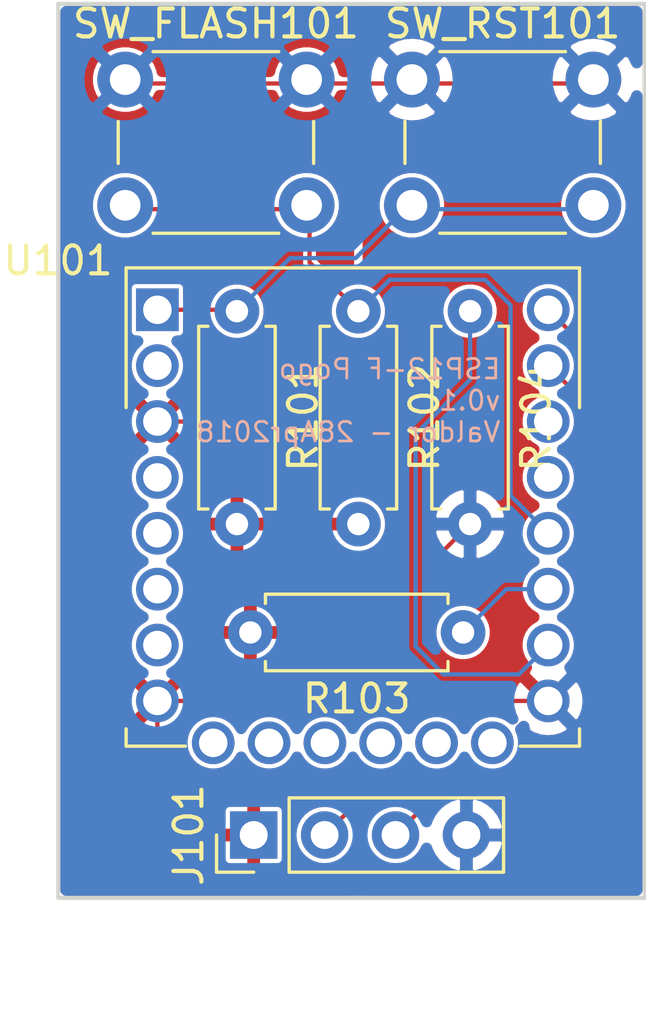
<source format=kicad_pcb>
(kicad_pcb (version 20171130) (host pcbnew "(5.0.0-rc2-dev-172-g17c0917da)")

  (general
    (thickness 1.6)
    (drawings 5)
    (tracks 59)
    (zones 0)
    (modules 8)
    (nets 22)
  )

  (page A4)
  (layers
    (0 F.Cu signal)
    (31 B.Cu signal)
    (32 B.Adhes user)
    (33 F.Adhes user)
    (34 B.Paste user)
    (35 F.Paste user)
    (36 B.SilkS user)
    (37 F.SilkS user)
    (38 B.Mask user)
    (39 F.Mask user)
    (40 Dwgs.User user)
    (41 Cmts.User user)
    (42 Eco1.User user)
    (43 Eco2.User user)
    (44 Edge.Cuts user)
    (45 Margin user)
    (46 B.CrtYd user)
    (47 F.CrtYd user)
    (48 B.Fab user)
    (49 F.Fab user)
  )

  (setup
    (last_trace_width 0.1524)
    (trace_clearance 0.1524)
    (zone_clearance 0)
    (zone_45_only yes)
    (trace_min 0.1524)
    (segment_width 0.2)
    (edge_width 0.15)
    (via_size 0.8)
    (via_drill 0.4)
    (via_min_size 0.127)
    (via_min_drill 0.254)
    (uvia_size 0.3)
    (uvia_drill 0.1)
    (uvias_allowed no)
    (uvia_min_size 0.2)
    (uvia_min_drill 0.1)
    (pcb_text_width 0.3)
    (pcb_text_size 1.5 1.5)
    (mod_edge_width 0.15)
    (mod_text_size 1 1)
    (mod_text_width 0.15)
    (pad_size 1.524 1.524)
    (pad_drill 0.762)
    (pad_to_mask_clearance 0.0508)
    (aux_axis_origin 0 0)
    (visible_elements FFFFFF7F)
    (pcbplotparams
      (layerselection 0x010fc_ffffffff)
      (usegerberextensions false)
      (usegerberattributes false)
      (usegerberadvancedattributes false)
      (creategerberjobfile false)
      (excludeedgelayer true)
      (linewidth 0.100000)
      (plotframeref false)
      (viasonmask false)
      (mode 1)
      (useauxorigin false)
      (hpglpennumber 1)
      (hpglpenspeed 20)
      (hpglpendiameter 15)
      (psnegative false)
      (psa4output false)
      (plotreference true)
      (plotvalue true)
      (plotinvisibletext false)
      (padsonsilk false)
      (subtractmaskfromsilk false)
      (outputformat 1)
      (mirror false)
      (drillshape 1)
      (scaleselection 1)
      (outputdirectory ""))
  )

  (net 0 "")
  (net 1 "Net-(U101-Pad2)")
  (net 2 +3V3)
  (net 3 "Net-(U101-Pad4)")
  (net 4 "Net-(U101-Pad5)")
  (net 5 "Net-(U101-Pad6)")
  (net 6 "Net-(U101-Pad7)")
  (net 7 "Net-(U101-Pad9)")
  (net 8 "Net-(U101-Pad10)")
  (net 9 "Net-(U101-Pad11)")
  (net 10 "Net-(U101-Pad12)")
  (net 11 "Net-(U101-Pad13)")
  (net 12 "Net-(U101-Pad14)")
  (net 13 GND)
  (net 14 "Net-(R104-Pad1)")
  (net 15 "Net-(U101-Pad19)")
  (net 16 "Net-(U101-Pad20)")
  (net 17 RXD)
  (net 18 TXD)
  (net 19 "Net-(R102-Pad1)")
  (net 20 "Net-(R103-Pad1)")
  (net 21 "Net-(R101-Pad1)")

  (net_class Default "This is the default net class."
    (clearance 0.1524)
    (trace_width 0.1524)
    (via_dia 0.8)
    (via_drill 0.4)
    (uvia_dia 0.3)
    (uvia_drill 0.1)
    (add_net +3V3)
    (add_net GND)
    (add_net "Net-(R101-Pad1)")
    (add_net "Net-(R102-Pad1)")
    (add_net "Net-(R103-Pad1)")
    (add_net "Net-(R104-Pad1)")
    (add_net "Net-(U101-Pad10)")
    (add_net "Net-(U101-Pad11)")
    (add_net "Net-(U101-Pad12)")
    (add_net "Net-(U101-Pad13)")
    (add_net "Net-(U101-Pad14)")
    (add_net "Net-(U101-Pad19)")
    (add_net "Net-(U101-Pad2)")
    (add_net "Net-(U101-Pad20)")
    (add_net "Net-(U101-Pad4)")
    (add_net "Net-(U101-Pad5)")
    (add_net "Net-(U101-Pad6)")
    (add_net "Net-(U101-Pad7)")
    (add_net "Net-(U101-Pad9)")
    (add_net RXD)
    (add_net TXD)
  )

  (module Button_Switch_THT:SW_PUSH_6mm_H5mm (layer F.Cu) (tedit 5A02FE31) (tstamp 5AE9BC0F)
    (at 147.667401 47.7099)
    (descr "tactile push button, 6x6mm e.g. PHAP33xx series, height=5mm")
    (tags "tact sw push 6mm")
    (path /5AE4BA34)
    (fp_text reference SW_RST101 (at 3.25 -2) (layer F.SilkS)
      (effects (font (size 1 1) (thickness 0.15)))
    )
    (fp_text value SW_Push (at 3.75 6.7) (layer F.Fab)
      (effects (font (size 1 1) (thickness 0.15)))
    )
    (fp_circle (center 3.25 2.25) (end 1.25 2.5) (layer F.Fab) (width 0.1))
    (fp_line (start 6.75 3) (end 6.75 1.5) (layer F.SilkS) (width 0.12))
    (fp_line (start 5.5 -1) (end 1 -1) (layer F.SilkS) (width 0.12))
    (fp_line (start -0.25 1.5) (end -0.25 3) (layer F.SilkS) (width 0.12))
    (fp_line (start 1 5.5) (end 5.5 5.5) (layer F.SilkS) (width 0.12))
    (fp_line (start 8 -1.25) (end 8 5.75) (layer F.CrtYd) (width 0.05))
    (fp_line (start 7.75 6) (end -1.25 6) (layer F.CrtYd) (width 0.05))
    (fp_line (start -1.5 5.75) (end -1.5 -1.25) (layer F.CrtYd) (width 0.05))
    (fp_line (start -1.25 -1.5) (end 7.75 -1.5) (layer F.CrtYd) (width 0.05))
    (fp_line (start -1.5 6) (end -1.25 6) (layer F.CrtYd) (width 0.05))
    (fp_line (start -1.5 5.75) (end -1.5 6) (layer F.CrtYd) (width 0.05))
    (fp_line (start -1.5 -1.5) (end -1.25 -1.5) (layer F.CrtYd) (width 0.05))
    (fp_line (start -1.5 -1.25) (end -1.5 -1.5) (layer F.CrtYd) (width 0.05))
    (fp_line (start 8 -1.5) (end 8 -1.25) (layer F.CrtYd) (width 0.05))
    (fp_line (start 7.75 -1.5) (end 8 -1.5) (layer F.CrtYd) (width 0.05))
    (fp_line (start 8 6) (end 8 5.75) (layer F.CrtYd) (width 0.05))
    (fp_line (start 7.75 6) (end 8 6) (layer F.CrtYd) (width 0.05))
    (fp_line (start 0.25 -0.75) (end 3.25 -0.75) (layer F.Fab) (width 0.1))
    (fp_line (start 0.25 5.25) (end 0.25 -0.75) (layer F.Fab) (width 0.1))
    (fp_line (start 6.25 5.25) (end 0.25 5.25) (layer F.Fab) (width 0.1))
    (fp_line (start 6.25 -0.75) (end 6.25 5.25) (layer F.Fab) (width 0.1))
    (fp_line (start 3.25 -0.75) (end 6.25 -0.75) (layer F.Fab) (width 0.1))
    (fp_text user %R (at 3.25 2.25) (layer F.Fab)
      (effects (font (size 1 1) (thickness 0.15)))
    )
    (pad 1 thru_hole circle (at 6.5 0 90) (size 2 2) (drill 1.1) (layers *.Cu *.Mask)
      (net 13 GND))
    (pad 2 thru_hole circle (at 6.5 4.5 90) (size 2 2) (drill 1.1) (layers *.Cu *.Mask)
      (net 21 "Net-(R101-Pad1)"))
    (pad 1 thru_hole circle (at 0 0 90) (size 2 2) (drill 1.1) (layers *.Cu *.Mask)
      (net 13 GND))
    (pad 2 thru_hole circle (at 0 4.5 90) (size 2 2) (drill 1.1) (layers *.Cu *.Mask)
      (net 21 "Net-(R101-Pad1)"))
    (model ${KISYS3DMOD}/Button_Switch_THT.3dshapes/SW_PUSH_6mm_H5mm.wrl
      (at (xyz 0 0 0))
      (scale (xyz 1 1 1))
      (rotate (xyz 0 0 0))
    )
  )

  (module Button_Switch_THT:SW_PUSH_6mm_H5mm (layer F.Cu) (tedit 5A02FE31) (tstamp 5AE9BBF0)
    (at 137.396447 47.7099)
    (descr "tactile push button, 6x6mm e.g. PHAP33xx series, height=5mm")
    (tags "tact sw push 6mm")
    (path /5AE4BA6C)
    (fp_text reference SW_FLASH101 (at 3.25 -2) (layer F.SilkS)
      (effects (font (size 1 1) (thickness 0.15)))
    )
    (fp_text value SW_Push (at 3.75 6.7) (layer F.Fab)
      (effects (font (size 1 1) (thickness 0.15)))
    )
    (fp_text user %R (at 3.25 2.25) (layer F.Fab)
      (effects (font (size 1 1) (thickness 0.15)))
    )
    (fp_line (start 3.25 -0.75) (end 6.25 -0.75) (layer F.Fab) (width 0.1))
    (fp_line (start 6.25 -0.75) (end 6.25 5.25) (layer F.Fab) (width 0.1))
    (fp_line (start 6.25 5.25) (end 0.25 5.25) (layer F.Fab) (width 0.1))
    (fp_line (start 0.25 5.25) (end 0.25 -0.75) (layer F.Fab) (width 0.1))
    (fp_line (start 0.25 -0.75) (end 3.25 -0.75) (layer F.Fab) (width 0.1))
    (fp_line (start 7.75 6) (end 8 6) (layer F.CrtYd) (width 0.05))
    (fp_line (start 8 6) (end 8 5.75) (layer F.CrtYd) (width 0.05))
    (fp_line (start 7.75 -1.5) (end 8 -1.5) (layer F.CrtYd) (width 0.05))
    (fp_line (start 8 -1.5) (end 8 -1.25) (layer F.CrtYd) (width 0.05))
    (fp_line (start -1.5 -1.25) (end -1.5 -1.5) (layer F.CrtYd) (width 0.05))
    (fp_line (start -1.5 -1.5) (end -1.25 -1.5) (layer F.CrtYd) (width 0.05))
    (fp_line (start -1.5 5.75) (end -1.5 6) (layer F.CrtYd) (width 0.05))
    (fp_line (start -1.5 6) (end -1.25 6) (layer F.CrtYd) (width 0.05))
    (fp_line (start -1.25 -1.5) (end 7.75 -1.5) (layer F.CrtYd) (width 0.05))
    (fp_line (start -1.5 5.75) (end -1.5 -1.25) (layer F.CrtYd) (width 0.05))
    (fp_line (start 7.75 6) (end -1.25 6) (layer F.CrtYd) (width 0.05))
    (fp_line (start 8 -1.25) (end 8 5.75) (layer F.CrtYd) (width 0.05))
    (fp_line (start 1 5.5) (end 5.5 5.5) (layer F.SilkS) (width 0.12))
    (fp_line (start -0.25 1.5) (end -0.25 3) (layer F.SilkS) (width 0.12))
    (fp_line (start 5.5 -1) (end 1 -1) (layer F.SilkS) (width 0.12))
    (fp_line (start 6.75 3) (end 6.75 1.5) (layer F.SilkS) (width 0.12))
    (fp_circle (center 3.25 2.25) (end 1.25 2.5) (layer F.Fab) (width 0.1))
    (pad 2 thru_hole circle (at 0 4.5 90) (size 2 2) (drill 1.1) (layers *.Cu *.Mask)
      (net 19 "Net-(R102-Pad1)"))
    (pad 1 thru_hole circle (at 0 0 90) (size 2 2) (drill 1.1) (layers *.Cu *.Mask)
      (net 13 GND))
    (pad 2 thru_hole circle (at 6.5 4.5 90) (size 2 2) (drill 1.1) (layers *.Cu *.Mask)
      (net 19 "Net-(R102-Pad1)"))
    (pad 1 thru_hole circle (at 6.5 0 90) (size 2 2) (drill 1.1) (layers *.Cu *.Mask)
      (net 13 GND))
    (model ${KISYS3DMOD}/Button_Switch_THT.3dshapes/SW_PUSH_6mm_H5mm.wrl
      (at (xyz 0 0 0))
      (scale (xyz 1 1 1))
      (rotate (xyz 0 0 0))
    )
  )

  (module custom:ESP-12E (layer F.Cu) (tedit 5AE4D371) (tstamp 5AE9B896)
    (at 145.55 59.45)
    (descr "Wi-Fi Module, http://wiki.ai-thinker.com/_media/esp8266/docs/aithinker_esp_12f_datasheet_en.pdf")
    (tags "Wi-Fi Module")
    (path /5AE4B6A4)
    (attr smd)
    (fp_text reference U101 (at -10.56 -5.26) (layer F.SilkS)
      (effects (font (size 1 1) (thickness 0.15)))
    )
    (fp_text value ESP-12E (at -0.06 -12.78) (layer F.Fab)
      (effects (font (size 1 1) (thickness 0.15)))
    )
    (fp_line (start 8.12 0) (end 8.12 -5) (layer F.SilkS) (width 0.12))
    (fp_line (start -8.12 0) (end -8.12 -5) (layer F.SilkS) (width 0.12))
    (fp_line (start -8.12 12.12) (end -8.12 11.5) (layer F.SilkS) (width 0.12))
    (fp_line (start -6 12.12) (end -8.12 12.12) (layer F.SilkS) (width 0.12))
    (fp_line (start 8.12 12.12) (end 6 12.12) (layer F.SilkS) (width 0.12))
    (fp_line (start 8.12 11.5) (end 8.12 12.12) (layer F.SilkS) (width 0.12))
    (fp_line (start -8.12 -5) (end 8.12 -5) (layer F.SilkS) (width 0.12))
    (fp_line (start -9.05 13.1) (end -9.05 -7.000062) (layer F.CrtYd) (width 0.05))
    (fp_line (start 9.05 13.1) (end -9.05 13.1) (layer F.CrtYd) (width 0.05))
    (fp_line (start 9.05 -7.000062) (end 9.05 13.1) (layer F.CrtYd) (width 0.05))
    (fp_line (start -9.05 -7) (end 9.05 -7) (layer F.CrtYd) (width 0.05))
    (fp_line (start -8 -4) (end -8 -5) (layer F.Fab) (width 0.12))
    (fp_line (start -7.5 -3.5) (end -8 -4) (layer F.Fab) (width 0.12))
    (fp_line (start -8 -3) (end -7.5 -3.5) (layer F.Fab) (width 0.12))
    (fp_line (start -8 12) (end -8 -3) (layer F.Fab) (width 0.12))
    (fp_line (start 8 12) (end -8 12) (layer F.Fab) (width 0.12))
    (fp_line (start 8 -5) (end 8 12) (layer F.Fab) (width 0.12))
    (fp_line (start -8 -5) (end 8 -5) (layer F.Fab) (width 0.12))
    (fp_text user %R (at 0.49 -0.8) (layer F.Fab)
      (effects (font (size 1 1) (thickness 0.15)))
    )
    (pad 22 thru_hole circle (at 7 -3.5) (size 1.53 1.53) (drill 1.02) (layers *.Cu *.Mask)
      (net 18 TXD))
    (pad 21 thru_hole circle (at 7 -1.5) (size 1.53 1.53) (drill 1.02) (layers *.Cu *.Mask)
      (net 17 RXD))
    (pad 20 thru_hole circle (at 7 0.5) (size 1.53 1.53) (drill 1.02) (layers *.Cu *.Mask)
      (net 16 "Net-(U101-Pad20)"))
    (pad 19 thru_hole circle (at 7 2.5) (size 1.53 1.53) (drill 1.02) (layers *.Cu *.Mask)
      (net 15 "Net-(U101-Pad19)"))
    (pad 18 thru_hole circle (at 7 4.5) (size 1.53 1.53) (drill 1.02) (layers *.Cu *.Mask)
      (net 19 "Net-(R102-Pad1)"))
    (pad 17 thru_hole circle (at 7 6.5) (size 1.53 1.53) (drill 1.02) (layers *.Cu *.Mask)
      (net 20 "Net-(R103-Pad1)"))
    (pad 16 thru_hole circle (at 7 8.5) (size 1.53 1.53) (drill 1.02) (layers *.Cu *.Mask)
      (net 14 "Net-(R104-Pad1)"))
    (pad 15 thru_hole circle (at 7 10.5) (size 1.53 1.53) (drill 1.02) (layers *.Cu *.Mask)
      (net 13 GND))
    (pad 14 thru_hole circle (at 5 12) (size 1.53 1.53) (drill 1.02) (layers *.Cu *.Mask)
      (net 12 "Net-(U101-Pad14)"))
    (pad 13 thru_hole circle (at 3 12) (size 1.53 1.53) (drill 1.02) (layers *.Cu *.Mask)
      (net 11 "Net-(U101-Pad13)"))
    (pad 12 thru_hole circle (at 1 12) (size 1.53 1.53) (drill 1.02) (layers *.Cu *.Mask)
      (net 10 "Net-(U101-Pad12)"))
    (pad 11 thru_hole circle (at -1 12) (size 1.53 1.53) (drill 1.02) (layers *.Cu *.Mask)
      (net 9 "Net-(U101-Pad11)"))
    (pad 10 thru_hole circle (at -3 12) (size 1.53 1.53) (drill 1.02) (layers *.Cu *.Mask)
      (net 8 "Net-(U101-Pad10)"))
    (pad 9 thru_hole circle (at -5 12) (size 1.53 1.53) (drill 1.02) (layers *.Cu *.Mask)
      (net 7 "Net-(U101-Pad9)"))
    (pad 8 thru_hole circle (at -7 10.5) (size 1.53 1.53) (drill 1.02) (layers *.Cu *.Mask)
      (net 2 +3V3))
    (pad 7 thru_hole circle (at -7 8.5) (size 1.53 1.53) (drill 1.02) (layers *.Cu *.Mask)
      (net 6 "Net-(U101-Pad7)"))
    (pad 6 thru_hole circle (at -7 6.5) (size 1.53 1.53) (drill 1.02) (layers *.Cu *.Mask)
      (net 5 "Net-(U101-Pad6)"))
    (pad 5 thru_hole circle (at -7 4.5) (size 1.53 1.53) (drill 1.02) (layers *.Cu *.Mask)
      (net 4 "Net-(U101-Pad5)"))
    (pad 4 thru_hole circle (at -7 2.5) (size 1.53 1.53) (drill 1.02) (layers *.Cu *.Mask)
      (net 3 "Net-(U101-Pad4)"))
    (pad 3 thru_hole circle (at -7 0.5) (size 1.53 1.53) (drill 1.02) (layers *.Cu *.Mask)
      (net 2 +3V3))
    (pad 2 thru_hole circle (at -7 -1.5) (size 1.53 1.53) (drill 1.02) (layers *.Cu *.Mask)
      (net 1 "Net-(U101-Pad2)"))
    (pad 1 thru_hole rect (at -7 -3.5) (size 1.53 1.53) (drill 1.02) (layers *.Cu *.Mask)
      (net 21 "Net-(R101-Pad1)"))
    (model ${KISYS3DMOD}/RF_Module.3dshapes/ESP-12E.wrl
      (at (xyz 0 0 0))
      (scale (xyz 1 1 1))
      (rotate (xyz 0 0 0))
    )
  )

  (module Connector_PinHeader_2.54mm:PinHeader_1x04_P2.54mm_Vertical (layer F.Cu) (tedit 59FED5CC) (tstamp 5AE9BE9A)
    (at 142 74.75 90)
    (descr "Through hole straight pin header, 1x04, 2.54mm pitch, single row")
    (tags "Through hole pin header THT 1x04 2.54mm single row")
    (path /5AE4D822)
    (fp_text reference J101 (at 0 -2.33 90) (layer F.SilkS)
      (effects (font (size 1 1) (thickness 0.15)))
    )
    (fp_text value Conn_01x04_Male (at 0 9.95 90) (layer F.Fab)
      (effects (font (size 1 1) (thickness 0.15)))
    )
    (fp_text user %R (at 0 3.81 180) (layer F.Fab)
      (effects (font (size 1 1) (thickness 0.15)))
    )
    (fp_line (start 1.8 -1.8) (end -1.8 -1.8) (layer F.CrtYd) (width 0.05))
    (fp_line (start 1.8 9.4) (end 1.8 -1.8) (layer F.CrtYd) (width 0.05))
    (fp_line (start -1.8 9.4) (end 1.8 9.4) (layer F.CrtYd) (width 0.05))
    (fp_line (start -1.8 -1.8) (end -1.8 9.4) (layer F.CrtYd) (width 0.05))
    (fp_line (start -1.33 -1.33) (end 0 -1.33) (layer F.SilkS) (width 0.12))
    (fp_line (start -1.33 0) (end -1.33 -1.33) (layer F.SilkS) (width 0.12))
    (fp_line (start -1.33 1.27) (end 1.33 1.27) (layer F.SilkS) (width 0.12))
    (fp_line (start 1.33 1.27) (end 1.33 8.95) (layer F.SilkS) (width 0.12))
    (fp_line (start -1.33 1.27) (end -1.33 8.95) (layer F.SilkS) (width 0.12))
    (fp_line (start -1.33 8.95) (end 1.33 8.95) (layer F.SilkS) (width 0.12))
    (fp_line (start -1.27 -0.635) (end -0.635 -1.27) (layer F.Fab) (width 0.1))
    (fp_line (start -1.27 8.89) (end -1.27 -0.635) (layer F.Fab) (width 0.1))
    (fp_line (start 1.27 8.89) (end -1.27 8.89) (layer F.Fab) (width 0.1))
    (fp_line (start 1.27 -1.27) (end 1.27 8.89) (layer F.Fab) (width 0.1))
    (fp_line (start -0.635 -1.27) (end 1.27 -1.27) (layer F.Fab) (width 0.1))
    (pad 4 thru_hole oval (at 0 7.62 90) (size 1.7 1.7) (drill 1) (layers *.Cu *.Mask)
      (net 13 GND))
    (pad 3 thru_hole oval (at 0 5.08 90) (size 1.7 1.7) (drill 1) (layers *.Cu *.Mask)
      (net 18 TXD))
    (pad 2 thru_hole oval (at 0 2.54 90) (size 1.7 1.7) (drill 1) (layers *.Cu *.Mask)
      (net 17 RXD))
    (pad 1 thru_hole rect (at 0 0 90) (size 1.7 1.7) (drill 1) (layers *.Cu *.Mask)
      (net 2 +3V3))
    (model ${KISYS3DMOD}/Connector_PinHeader_2.54mm.3dshapes/PinHeader_1x04_P2.54mm_Vertical.wrl
      (at (xyz 0 0 0))
      (scale (xyz 1 1 1))
      (rotate (xyz 0 0 0))
    )
  )

  (module Resistor_THT:R_Axial_DIN0207_L6.3mm_D2.5mm_P7.62mm_Horizontal (layer F.Cu) (tedit 5A24F4B6) (tstamp 5AE4F4E7)
    (at 149.75 56 270)
    (descr "Resistor, Axial_DIN0207 series, Axial, Horizontal, pin pitch=7.62mm, 0.25W = 1/4W, length*diameter=6.3*2.5mm^2, http://cdn-reichelt.de/documents/datenblatt/B400/1_4W%23YAG.pdf")
    (tags "Resistor Axial_DIN0207 series Axial Horizontal pin pitch 7.62mm 0.25W = 1/4W length 6.3mm diameter 2.5mm")
    (path /5AE4C8BB)
    (fp_text reference R104 (at 3.81 -2.37 270) (layer F.SilkS)
      (effects (font (size 1 1) (thickness 0.15)))
    )
    (fp_text value 10k (at 3.81 2.37 270) (layer F.Fab)
      (effects (font (size 1 1) (thickness 0.15)))
    )
    (fp_text user %R (at 3.81 0 270) (layer F.Fab)
      (effects (font (size 1 1) (thickness 0.15)))
    )
    (fp_line (start 8.7 -1.65) (end -1.05 -1.65) (layer F.CrtYd) (width 0.05))
    (fp_line (start 8.7 1.65) (end 8.7 -1.65) (layer F.CrtYd) (width 0.05))
    (fp_line (start -1.05 1.65) (end 8.7 1.65) (layer F.CrtYd) (width 0.05))
    (fp_line (start -1.05 -1.65) (end -1.05 1.65) (layer F.CrtYd) (width 0.05))
    (fp_line (start 7.08 1.37) (end 7.08 1.04) (layer F.SilkS) (width 0.12))
    (fp_line (start 0.54 1.37) (end 7.08 1.37) (layer F.SilkS) (width 0.12))
    (fp_line (start 0.54 1.04) (end 0.54 1.37) (layer F.SilkS) (width 0.12))
    (fp_line (start 7.08 -1.37) (end 7.08 -1.04) (layer F.SilkS) (width 0.12))
    (fp_line (start 0.54 -1.37) (end 7.08 -1.37) (layer F.SilkS) (width 0.12))
    (fp_line (start 0.54 -1.04) (end 0.54 -1.37) (layer F.SilkS) (width 0.12))
    (fp_line (start 7.62 0) (end 6.96 0) (layer F.Fab) (width 0.1))
    (fp_line (start 0 0) (end 0.66 0) (layer F.Fab) (width 0.1))
    (fp_line (start 6.96 -1.25) (end 0.66 -1.25) (layer F.Fab) (width 0.1))
    (fp_line (start 6.96 1.25) (end 6.96 -1.25) (layer F.Fab) (width 0.1))
    (fp_line (start 0.66 1.25) (end 6.96 1.25) (layer F.Fab) (width 0.1))
    (fp_line (start 0.66 -1.25) (end 0.66 1.25) (layer F.Fab) (width 0.1))
    (pad 2 thru_hole oval (at 7.62 0 270) (size 1.6 1.6) (drill 0.8) (layers *.Cu *.Mask)
      (net 13 GND))
    (pad 1 thru_hole circle (at 0 0 270) (size 1.6 1.6) (drill 0.8) (layers *.Cu *.Mask)
      (net 14 "Net-(R104-Pad1)"))
    (model ${KISYS3DMOD}/Resistor_THT.3dshapes/R_Axial_DIN0207_L6.3mm_D2.5mm_P7.62mm_Horizontal.wrl
      (at (xyz 0 0 0))
      (scale (xyz 1 1 1))
      (rotate (xyz 0 0 0))
    )
  )

  (module Resistor_THT:R_Axial_DIN0207_L6.3mm_D2.5mm_P7.62mm_Horizontal (layer F.Cu) (tedit 5A24F4B6) (tstamp 5AE4F4D0)
    (at 149.5 67.5 180)
    (descr "Resistor, Axial_DIN0207 series, Axial, Horizontal, pin pitch=7.62mm, 0.25W = 1/4W, length*diameter=6.3*2.5mm^2, http://cdn-reichelt.de/documents/datenblatt/B400/1_4W%23YAG.pdf")
    (tags "Resistor Axial_DIN0207 series Axial Horizontal pin pitch 7.62mm 0.25W = 1/4W length 6.3mm diameter 2.5mm")
    (path /5AE4C94C)
    (fp_text reference R103 (at 3.81 -2.37 180) (layer F.SilkS)
      (effects (font (size 1 1) (thickness 0.15)))
    )
    (fp_text value 10k (at 3.81 2.37 180) (layer F.Fab)
      (effects (font (size 1 1) (thickness 0.15)))
    )
    (fp_text user %R (at 3.81 0 180) (layer F.Fab)
      (effects (font (size 1 1) (thickness 0.15)))
    )
    (fp_line (start 8.7 -1.65) (end -1.05 -1.65) (layer F.CrtYd) (width 0.05))
    (fp_line (start 8.7 1.65) (end 8.7 -1.65) (layer F.CrtYd) (width 0.05))
    (fp_line (start -1.05 1.65) (end 8.7 1.65) (layer F.CrtYd) (width 0.05))
    (fp_line (start -1.05 -1.65) (end -1.05 1.65) (layer F.CrtYd) (width 0.05))
    (fp_line (start 7.08 1.37) (end 7.08 1.04) (layer F.SilkS) (width 0.12))
    (fp_line (start 0.54 1.37) (end 7.08 1.37) (layer F.SilkS) (width 0.12))
    (fp_line (start 0.54 1.04) (end 0.54 1.37) (layer F.SilkS) (width 0.12))
    (fp_line (start 7.08 -1.37) (end 7.08 -1.04) (layer F.SilkS) (width 0.12))
    (fp_line (start 0.54 -1.37) (end 7.08 -1.37) (layer F.SilkS) (width 0.12))
    (fp_line (start 0.54 -1.04) (end 0.54 -1.37) (layer F.SilkS) (width 0.12))
    (fp_line (start 7.62 0) (end 6.96 0) (layer F.Fab) (width 0.1))
    (fp_line (start 0 0) (end 0.66 0) (layer F.Fab) (width 0.1))
    (fp_line (start 6.96 -1.25) (end 0.66 -1.25) (layer F.Fab) (width 0.1))
    (fp_line (start 6.96 1.25) (end 6.96 -1.25) (layer F.Fab) (width 0.1))
    (fp_line (start 0.66 1.25) (end 6.96 1.25) (layer F.Fab) (width 0.1))
    (fp_line (start 0.66 -1.25) (end 0.66 1.25) (layer F.Fab) (width 0.1))
    (pad 2 thru_hole oval (at 7.62 0 180) (size 1.6 1.6) (drill 0.8) (layers *.Cu *.Mask)
      (net 2 +3V3))
    (pad 1 thru_hole circle (at 0 0 180) (size 1.6 1.6) (drill 0.8) (layers *.Cu *.Mask)
      (net 20 "Net-(R103-Pad1)"))
    (model ${KISYS3DMOD}/Resistor_THT.3dshapes/R_Axial_DIN0207_L6.3mm_D2.5mm_P7.62mm_Horizontal.wrl
      (at (xyz 0 0 0))
      (scale (xyz 1 1 1))
      (rotate (xyz 0 0 0))
    )
  )

  (module Resistor_THT:R_Axial_DIN0207_L6.3mm_D2.5mm_P7.62mm_Horizontal (layer F.Cu) (tedit 5A24F4B6) (tstamp 5AE4F4B9)
    (at 145.75 56 270)
    (descr "Resistor, Axial_DIN0207 series, Axial, Horizontal, pin pitch=7.62mm, 0.25W = 1/4W, length*diameter=6.3*2.5mm^2, http://cdn-reichelt.de/documents/datenblatt/B400/1_4W%23YAG.pdf")
    (tags "Resistor Axial_DIN0207 series Axial Horizontal pin pitch 7.62mm 0.25W = 1/4W length 6.3mm diameter 2.5mm")
    (path /5AE4BB6B)
    (fp_text reference R102 (at 3.81 -2.37 270) (layer F.SilkS)
      (effects (font (size 1 1) (thickness 0.15)))
    )
    (fp_text value 10k (at 3.81 2.37 270) (layer F.Fab)
      (effects (font (size 1 1) (thickness 0.15)))
    )
    (fp_text user %R (at 3.81 0 270) (layer F.Fab)
      (effects (font (size 1 1) (thickness 0.15)))
    )
    (fp_line (start 8.7 -1.65) (end -1.05 -1.65) (layer F.CrtYd) (width 0.05))
    (fp_line (start 8.7 1.65) (end 8.7 -1.65) (layer F.CrtYd) (width 0.05))
    (fp_line (start -1.05 1.65) (end 8.7 1.65) (layer F.CrtYd) (width 0.05))
    (fp_line (start -1.05 -1.65) (end -1.05 1.65) (layer F.CrtYd) (width 0.05))
    (fp_line (start 7.08 1.37) (end 7.08 1.04) (layer F.SilkS) (width 0.12))
    (fp_line (start 0.54 1.37) (end 7.08 1.37) (layer F.SilkS) (width 0.12))
    (fp_line (start 0.54 1.04) (end 0.54 1.37) (layer F.SilkS) (width 0.12))
    (fp_line (start 7.08 -1.37) (end 7.08 -1.04) (layer F.SilkS) (width 0.12))
    (fp_line (start 0.54 -1.37) (end 7.08 -1.37) (layer F.SilkS) (width 0.12))
    (fp_line (start 0.54 -1.04) (end 0.54 -1.37) (layer F.SilkS) (width 0.12))
    (fp_line (start 7.62 0) (end 6.96 0) (layer F.Fab) (width 0.1))
    (fp_line (start 0 0) (end 0.66 0) (layer F.Fab) (width 0.1))
    (fp_line (start 6.96 -1.25) (end 0.66 -1.25) (layer F.Fab) (width 0.1))
    (fp_line (start 6.96 1.25) (end 6.96 -1.25) (layer F.Fab) (width 0.1))
    (fp_line (start 0.66 1.25) (end 6.96 1.25) (layer F.Fab) (width 0.1))
    (fp_line (start 0.66 -1.25) (end 0.66 1.25) (layer F.Fab) (width 0.1))
    (pad 2 thru_hole oval (at 7.62 0 270) (size 1.6 1.6) (drill 0.8) (layers *.Cu *.Mask)
      (net 2 +3V3))
    (pad 1 thru_hole circle (at 0 0 270) (size 1.6 1.6) (drill 0.8) (layers *.Cu *.Mask)
      (net 19 "Net-(R102-Pad1)"))
    (model ${KISYS3DMOD}/Resistor_THT.3dshapes/R_Axial_DIN0207_L6.3mm_D2.5mm_P7.62mm_Horizontal.wrl
      (at (xyz 0 0 0))
      (scale (xyz 1 1 1))
      (rotate (xyz 0 0 0))
    )
  )

  (module Resistor_THT:R_Axial_DIN0207_L6.3mm_D2.5mm_P7.62mm_Horizontal (layer F.Cu) (tedit 5A24F4B6) (tstamp 5AE565F7)
    (at 141.4 56 270)
    (descr "Resistor, Axial_DIN0207 series, Axial, Horizontal, pin pitch=7.62mm, 0.25W = 1/4W, length*diameter=6.3*2.5mm^2, http://cdn-reichelt.de/documents/datenblatt/B400/1_4W%23YAG.pdf")
    (tags "Resistor Axial_DIN0207 series Axial Horizontal pin pitch 7.62mm 0.25W = 1/4W length 6.3mm diameter 2.5mm")
    (path /5AE4BBFA)
    (fp_text reference R101 (at 3.81 -2.37 270) (layer F.SilkS)
      (effects (font (size 1 1) (thickness 0.15)))
    )
    (fp_text value 10k (at 3.81 2.37 270) (layer F.Fab)
      (effects (font (size 1 1) (thickness 0.15)))
    )
    (fp_text user %R (at 3.81 0 270) (layer F.Fab)
      (effects (font (size 1 1) (thickness 0.15)))
    )
    (fp_line (start 8.7 -1.65) (end -1.05 -1.65) (layer F.CrtYd) (width 0.05))
    (fp_line (start 8.7 1.65) (end 8.7 -1.65) (layer F.CrtYd) (width 0.05))
    (fp_line (start -1.05 1.65) (end 8.7 1.65) (layer F.CrtYd) (width 0.05))
    (fp_line (start -1.05 -1.65) (end -1.05 1.65) (layer F.CrtYd) (width 0.05))
    (fp_line (start 7.08 1.37) (end 7.08 1.04) (layer F.SilkS) (width 0.12))
    (fp_line (start 0.54 1.37) (end 7.08 1.37) (layer F.SilkS) (width 0.12))
    (fp_line (start 0.54 1.04) (end 0.54 1.37) (layer F.SilkS) (width 0.12))
    (fp_line (start 7.08 -1.37) (end 7.08 -1.04) (layer F.SilkS) (width 0.12))
    (fp_line (start 0.54 -1.37) (end 7.08 -1.37) (layer F.SilkS) (width 0.12))
    (fp_line (start 0.54 -1.04) (end 0.54 -1.37) (layer F.SilkS) (width 0.12))
    (fp_line (start 7.62 0) (end 6.96 0) (layer F.Fab) (width 0.1))
    (fp_line (start 0 0) (end 0.66 0) (layer F.Fab) (width 0.1))
    (fp_line (start 6.96 -1.25) (end 0.66 -1.25) (layer F.Fab) (width 0.1))
    (fp_line (start 6.96 1.25) (end 6.96 -1.25) (layer F.Fab) (width 0.1))
    (fp_line (start 0.66 1.25) (end 6.96 1.25) (layer F.Fab) (width 0.1))
    (fp_line (start 0.66 -1.25) (end 0.66 1.25) (layer F.Fab) (width 0.1))
    (pad 2 thru_hole oval (at 7.62 0 270) (size 1.6 1.6) (drill 0.8) (layers *.Cu *.Mask)
      (net 2 +3V3))
    (pad 1 thru_hole circle (at 0 0 270) (size 1.6 1.6) (drill 0.8) (layers *.Cu *.Mask)
      (net 21 "Net-(R101-Pad1)"))
    (model ${KISYS3DMOD}/Resistor_THT.3dshapes/R_Axial_DIN0207_L6.3mm_D2.5mm_P7.62mm_Horizontal.wrl
      (at (xyz 0 0 0))
      (scale (xyz 1 1 1))
      (rotate (xyz 0 0 0))
    )
  )

  (gr_text "ESP12-F Pogo\nv0.1\nValdor - 28Apr2018" (at 150.9 59.2) (layer B.SilkS)
    (effects (font (size 0.7 0.7) (thickness 0.1)) (justify left mirror))
  )
  (gr_line (start 156 77) (end 156 45) (layer Edge.Cuts) (width 0.15))
  (gr_line (start 135 77) (end 156 77) (layer Edge.Cuts) (width 0.15))
  (gr_line (start 135 45) (end 135 77) (layer Edge.Cuts) (width 0.15))
  (gr_line (start 156 45) (end 135 45) (layer Edge.Cuts) (width 0.15))

  (segment (start 141.4 65.1) (end 141.88 65.58) (width 0.1524) (layer F.Cu) (net 2))
  (segment (start 141.88 65.58) (end 141.88 67.5) (width 0.1524) (layer F.Cu) (net 2))
  (segment (start 141.4 63.62) (end 141.4 65.1) (width 0.1524) (layer F.Cu) (net 2))
  (segment (start 141.4 61.3) (end 140.05 59.95) (width 0.1524) (layer F.Cu) (net 2))
  (segment (start 141.4 63.62) (end 141.4 61.3) (width 0.1524) (layer F.Cu) (net 2))
  (segment (start 140.05 59.95) (end 138.55 59.95) (width 0.1524) (layer F.Cu) (net 2))
  (segment (start 140.65 69.95) (end 141.88 68.72) (width 0.1524) (layer F.Cu) (net 2))
  (segment (start 138.55 69.95) (end 140.65 69.95) (width 0.1524) (layer F.Cu) (net 2))
  (segment (start 141.88 68.72) (end 141.88 67.5) (width 0.1524) (layer F.Cu) (net 2))
  (segment (start 141.75 67.37) (end 141.88 67.5) (width 0.1524) (layer F.Cu) (net 2))
  (segment (start 141.75 63.62) (end 142.88137 63.62) (width 0.1524) (layer F.Cu) (net 2))
  (segment (start 142.88137 63.62) (end 145.75 63.62) (width 0.1524) (layer F.Cu) (net 2))
  (segment (start 142 74.75) (end 140.9 74.75) (width 0.1524) (layer F.Cu) (net 2))
  (segment (start 138.55 72.4) (end 138.55 71.031873) (width 0.1524) (layer F.Cu) (net 2))
  (segment (start 140.9 74.75) (end 138.55 72.4) (width 0.1524) (layer F.Cu) (net 2))
  (segment (start 138.55 71.031873) (end 138.55 69.95) (width 0.1524) (layer F.Cu) (net 2))
  (segment (start 147.8 65.57) (end 147.8 68) (width 0.1524) (layer F.Cu) (net 13))
  (segment (start 149.75 63.62) (end 147.8 65.57) (width 0.1524) (layer F.Cu) (net 13))
  (segment (start 147.8 68) (end 149.75 69.95) (width 0.1524) (layer F.Cu) (net 13))
  (segment (start 151.468127 69.95) (end 152.55 69.95) (width 0.1524) (layer F.Cu) (net 13))
  (segment (start 149.75 69.95) (end 151.468127 69.95) (width 0.1524) (layer F.Cu) (net 13))
  (segment (start 147.4 47.85) (end 144 47.85) (width 0.1524) (layer F.Cu) (net 13))
  (segment (start 137.5 47.85) (end 144 47.85) (width 0.1524) (layer F.Cu) (net 13))
  (segment (start 148.15 47.85) (end 154.65 47.85) (width 0.1524) (layer F.Cu) (net 13))
  (segment (start 151.5 69) (end 148.8 69) (width 0.1524) (layer B.Cu) (net 14))
  (segment (start 152.55 67.95) (end 151.5 69) (width 0.1524) (layer B.Cu) (net 14))
  (segment (start 148.8 69) (end 147.8 68) (width 0.1524) (layer B.Cu) (net 14))
  (segment (start 147.8 68) (end 147.8 60.4) (width 0.1524) (layer B.Cu) (net 14))
  (segment (start 147.8 60.4) (end 149.75 58.45) (width 0.1524) (layer B.Cu) (net 14))
  (segment (start 149.75 58.45) (end 149.75 56) (width 0.1524) (layer B.Cu) (net 14))
  (segment (start 154.3 59.7) (end 154.3 70.95) (width 0.1524) (layer F.Cu) (net 17))
  (segment (start 152.55 57.95) (end 154.3 59.7) (width 0.1524) (layer F.Cu) (net 17))
  (segment (start 152.45 72.8) (end 146.49 72.8) (width 0.1524) (layer F.Cu) (net 17))
  (segment (start 154.3 70.95) (end 152.45 72.8) (width 0.1524) (layer F.Cu) (net 17))
  (segment (start 146.49 72.8) (end 145.389999 73.900001) (width 0.1524) (layer F.Cu) (net 17))
  (segment (start 145.389999 73.900001) (end 144.54 74.75) (width 0.1524) (layer F.Cu) (net 17))
  (segment (start 147.08 74.75) (end 148.725189 73.104811) (width 0.1524) (layer F.Cu) (net 18))
  (segment (start 154.604811 71.395189) (end 154.604811 58.004811) (width 0.1524) (layer F.Cu) (net 18))
  (segment (start 148.725189 73.104811) (end 152.895189 73.104811) (width 0.1524) (layer F.Cu) (net 18))
  (segment (start 152.895189 73.104811) (end 154.604811 71.395189) (width 0.1524) (layer F.Cu) (net 18))
  (segment (start 153.314999 56.714999) (end 152.55 55.95) (width 0.1524) (layer F.Cu) (net 18))
  (segment (start 154.604811 58.004811) (end 153.314999 56.714999) (width 0.1524) (layer F.Cu) (net 18))
  (segment (start 144 52.35) (end 144 54.25) (width 0.1524) (layer F.Cu) (net 19))
  (segment (start 144 54.25) (end 145.75 56) (width 0.1524) (layer F.Cu) (net 19))
  (segment (start 137.5 52.35) (end 144 52.35) (width 0.1524) (layer F.Cu) (net 19))
  (segment (start 146.875001 54.874999) (end 150.290001 54.874999) (width 0.1524) (layer B.Cu) (net 19))
  (segment (start 145.75 56) (end 146.875001 54.874999) (width 0.1524) (layer B.Cu) (net 19))
  (segment (start 150.290001 54.874999) (end 151.2 55.784998) (width 0.1524) (layer B.Cu) (net 19))
  (segment (start 151.2 55.784998) (end 151.2 62.6) (width 0.1524) (layer B.Cu) (net 19))
  (segment (start 151.2 62.6) (end 151.8 63.2) (width 0.1524) (layer B.Cu) (net 19))
  (segment (start 151.8 63.2) (end 152.55 63.95) (width 0.1524) (layer B.Cu) (net 19))
  (segment (start 152.55 65.95) (end 151.05 65.95) (width 0.1524) (layer B.Cu) (net 20))
  (segment (start 151.05 65.95) (end 149.5 67.5) (width 0.1524) (layer B.Cu) (net 20))
  (segment (start 143.3 54.1) (end 145.65 54.1) (width 0.1524) (layer B.Cu) (net 21))
  (segment (start 145.65 54.1) (end 147.4 52.35) (width 0.1524) (layer B.Cu) (net 21))
  (segment (start 141.4 56) (end 143.3 54.1) (width 0.1524) (layer B.Cu) (net 21))
  (segment (start 147.4 52.35) (end 153.9 52.35) (width 0.1524) (layer B.Cu) (net 21))
  (segment (start 138.55 55.95) (end 141.7 55.95) (width 0.1524) (layer F.Cu) (net 21))
  (segment (start 141.7 55.95) (end 141.75 56) (width 0.1524) (layer F.Cu) (net 21))

  (zone (net 13) (net_name GND) (layer F.Cu) (tstamp 5AE4CA6B) (hatch edge 0.508)
    (priority 6)
    (connect_pads (clearance 0))
    (min_thickness 0.4064)
    (fill yes (arc_segments 32) (thermal_gap 0.4564) (thermal_bridge_width 0.4564))
    (polygon
      (pts
        (xy 145.9 77) (xy 145.9 45) (xy 156 45) (xy 156 77)
      )
    )
    (filled_polygon
      (pts
        (xy 155.721801 47.106678) (xy 155.576067 46.817348) (xy 155.531085 46.750027) (xy 155.247522 46.665134) (xy 154.202756 47.7099)
        (xy 155.247522 48.754666) (xy 155.531085 48.669773) (xy 155.692144 48.385287) (xy 155.721801 48.295434) (xy 155.7218 76.7218)
        (xy 146.1032 76.7218) (xy 146.1032 75.460164) (xy 146.223388 75.606612) (xy 146.406964 75.75727) (xy 146.616405 75.869218)
        (xy 146.843661 75.938156) (xy 147.020776 75.9556) (xy 147.139224 75.9556) (xy 147.316339 75.938156) (xy 147.543595 75.869218)
        (xy 147.753036 75.75727) (xy 147.936612 75.606612) (xy 148.08727 75.423036) (xy 148.192908 75.2254) (xy 148.212552 75.295881)
        (xy 148.346092 75.559972) (xy 148.528587 75.792936) (xy 148.753025 75.98582) (xy 149.01078 76.131212) (xy 149.291947 76.223525)
        (xy 149.359187 76.236899) (xy 149.595 76.094468) (xy 149.595 74.775) (xy 149.645 74.775) (xy 149.645 76.094468)
        (xy 149.880813 76.236899) (xy 149.948053 76.223525) (xy 150.22922 76.131212) (xy 150.486975 75.98582) (xy 150.711413 75.792936)
        (xy 150.893908 75.559972) (xy 151.027448 75.295881) (xy 151.1069 75.010813) (xy 150.964494 74.775) (xy 149.645 74.775)
        (xy 149.595 74.775) (xy 149.575 74.775) (xy 149.575 74.725) (xy 149.595 74.725) (xy 149.595 74.705)
        (xy 149.645 74.705) (xy 149.645 74.725) (xy 150.964494 74.725) (xy 151.1069 74.489187) (xy 151.027448 74.204119)
        (xy 150.893908 73.940028) (xy 150.711413 73.707064) (xy 150.513075 73.536611) (xy 152.873979 73.536611) (xy 152.895189 73.5387)
        (xy 152.916399 73.536611) (xy 152.979837 73.530363) (xy 153.061231 73.505672) (xy 153.136245 73.465577) (xy 153.201995 73.411617)
        (xy 153.215524 73.395132) (xy 154.895139 71.715518) (xy 154.911617 71.701995) (xy 154.965577 71.636245) (xy 155.005672 71.561231)
        (xy 155.030363 71.479837) (xy 155.036611 71.416399) (xy 155.036611 71.416398) (xy 155.0387 71.395189) (xy 155.036611 71.373979)
        (xy 155.036611 58.026021) (xy 155.0387 58.004811) (xy 155.030363 57.920163) (xy 155.005672 57.838769) (xy 154.965577 57.763755)
        (xy 154.911617 57.698005) (xy 154.895138 57.684481) (xy 153.635329 56.424673) (xy 153.635325 56.424668) (xy 153.586527 56.37587)
        (xy 153.627536 56.276867) (xy 153.6706 56.060369) (xy 153.6706 55.839631) (xy 153.627536 55.623133) (xy 153.543063 55.419197)
        (xy 153.420427 55.235659) (xy 153.264341 55.079573) (xy 153.080803 54.956937) (xy 152.876867 54.872464) (xy 152.660369 54.8294)
        (xy 152.439631 54.8294) (xy 152.223133 54.872464) (xy 152.019197 54.956937) (xy 151.835659 55.079573) (xy 151.679573 55.235659)
        (xy 151.556937 55.419197) (xy 151.472464 55.623133) (xy 151.4294 55.839631) (xy 151.4294 56.060369) (xy 151.472464 56.276867)
        (xy 151.556937 56.480803) (xy 151.679573 56.664341) (xy 151.835659 56.820427) (xy 152.019197 56.943063) (xy 152.035944 56.95)
        (xy 152.019197 56.956937) (xy 151.835659 57.079573) (xy 151.679573 57.235659) (xy 151.556937 57.419197) (xy 151.472464 57.623133)
        (xy 151.4294 57.839631) (xy 151.4294 58.060369) (xy 151.472464 58.276867) (xy 151.556937 58.480803) (xy 151.679573 58.664341)
        (xy 151.835659 58.820427) (xy 152.019197 58.943063) (xy 152.035944 58.95) (xy 152.019197 58.956937) (xy 151.835659 59.079573)
        (xy 151.679573 59.235659) (xy 151.556937 59.419197) (xy 151.472464 59.623133) (xy 151.4294 59.839631) (xy 151.4294 60.060369)
        (xy 151.472464 60.276867) (xy 151.556937 60.480803) (xy 151.679573 60.664341) (xy 151.835659 60.820427) (xy 152.019197 60.943063)
        (xy 152.035944 60.95) (xy 152.019197 60.956937) (xy 151.835659 61.079573) (xy 151.679573 61.235659) (xy 151.556937 61.419197)
        (xy 151.472464 61.623133) (xy 151.4294 61.839631) (xy 151.4294 62.060369) (xy 151.472464 62.276867) (xy 151.556937 62.480803)
        (xy 151.679573 62.664341) (xy 151.835659 62.820427) (xy 152.019197 62.943063) (xy 152.035944 62.95) (xy 152.019197 62.956937)
        (xy 151.835659 63.079573) (xy 151.679573 63.235659) (xy 151.556937 63.419197) (xy 151.472464 63.623133) (xy 151.4294 63.839631)
        (xy 151.4294 64.060369) (xy 151.472464 64.276867) (xy 151.556937 64.480803) (xy 151.679573 64.664341) (xy 151.835659 64.820427)
        (xy 152.019197 64.943063) (xy 152.035944 64.95) (xy 152.019197 64.956937) (xy 151.835659 65.079573) (xy 151.679573 65.235659)
        (xy 151.556937 65.419197) (xy 151.472464 65.623133) (xy 151.4294 65.839631) (xy 151.4294 66.060369) (xy 151.472464 66.276867)
        (xy 151.556937 66.480803) (xy 151.679573 66.664341) (xy 151.835659 66.820427) (xy 152.019197 66.943063) (xy 152.035944 66.95)
        (xy 152.019197 66.956937) (xy 151.835659 67.079573) (xy 151.679573 67.235659) (xy 151.556937 67.419197) (xy 151.472464 67.623133)
        (xy 151.4294 67.839631) (xy 151.4294 68.060369) (xy 151.472464 68.276867) (xy 151.556937 68.480803) (xy 151.679573 68.664341)
        (xy 151.76711 68.751878) (xy 151.728943 68.777379) (xy 151.672236 69.03688) (xy 152.55 69.914645) (xy 153.427764 69.03688)
        (xy 153.371057 68.777379) (xy 153.330319 68.754449) (xy 153.420427 68.664341) (xy 153.543063 68.480803) (xy 153.627536 68.276867)
        (xy 153.6706 68.060369) (xy 153.6706 67.839631) (xy 153.627536 67.623133) (xy 153.543063 67.419197) (xy 153.420427 67.235659)
        (xy 153.264341 67.079573) (xy 153.080803 66.956937) (xy 153.064056 66.95) (xy 153.080803 66.943063) (xy 153.264341 66.820427)
        (xy 153.420427 66.664341) (xy 153.543063 66.480803) (xy 153.627536 66.276867) (xy 153.6706 66.060369) (xy 153.6706 65.839631)
        (xy 153.627536 65.623133) (xy 153.543063 65.419197) (xy 153.420427 65.235659) (xy 153.264341 65.079573) (xy 153.080803 64.956937)
        (xy 153.064056 64.95) (xy 153.080803 64.943063) (xy 153.264341 64.820427) (xy 153.420427 64.664341) (xy 153.543063 64.480803)
        (xy 153.627536 64.276867) (xy 153.6706 64.060369) (xy 153.6706 63.839631) (xy 153.627536 63.623133) (xy 153.543063 63.419197)
        (xy 153.420427 63.235659) (xy 153.264341 63.079573) (xy 153.080803 62.956937) (xy 153.064056 62.95) (xy 153.080803 62.943063)
        (xy 153.264341 62.820427) (xy 153.420427 62.664341) (xy 153.543063 62.480803) (xy 153.627536 62.276867) (xy 153.6706 62.060369)
        (xy 153.6706 61.839631) (xy 153.627536 61.623133) (xy 153.543063 61.419197) (xy 153.420427 61.235659) (xy 153.264341 61.079573)
        (xy 153.080803 60.956937) (xy 153.064056 60.95) (xy 153.080803 60.943063) (xy 153.264341 60.820427) (xy 153.420427 60.664341)
        (xy 153.543063 60.480803) (xy 153.627536 60.276867) (xy 153.6706 60.060369) (xy 153.6706 59.839631) (xy 153.631275 59.641932)
        (xy 153.8682 59.878857) (xy 153.868201 69.399673) (xy 153.7573 69.180845) (xy 153.722621 69.128943) (xy 153.46312 69.072236)
        (xy 152.585355 69.95) (xy 153.46312 70.827764) (xy 153.722621 70.771057) (xy 153.86027 70.526513) (xy 153.868201 70.502283)
        (xy 153.868201 70.771141) (xy 152.271144 72.3682) (xy 151.192844 72.3682) (xy 151.264341 72.320427) (xy 151.420427 72.164341)
        (xy 151.543063 71.980803) (xy 151.627536 71.776867) (xy 151.6706 71.560369) (xy 151.6706 71.339631) (xy 151.627536 71.123133)
        (xy 151.564473 70.970885) (xy 151.672236 70.863122) (xy 151.728943 71.122621) (xy 151.973487 71.26027) (xy 152.240185 71.347565)
        (xy 152.51879 71.381153) (xy 152.798594 71.359743) (xy 153.068844 71.284156) (xy 153.319155 71.1573) (xy 153.371057 71.122621)
        (xy 153.427764 70.86312) (xy 152.55 69.985355) (xy 152.535858 69.999498) (xy 152.500502 69.964142) (xy 152.514645 69.95)
        (xy 151.63688 69.072236) (xy 151.377379 69.128943) (xy 151.23973 69.373487) (xy 151.152435 69.640185) (xy 151.118847 69.91879)
        (xy 151.140257 70.198594) (xy 151.215844 70.468844) (xy 151.27979 70.595022) (xy 151.264341 70.579573) (xy 151.080803 70.456937)
        (xy 150.876867 70.372464) (xy 150.660369 70.3294) (xy 150.439631 70.3294) (xy 150.223133 70.372464) (xy 150.019197 70.456937)
        (xy 149.835659 70.579573) (xy 149.679573 70.735659) (xy 149.556937 70.919197) (xy 149.55 70.935944) (xy 149.543063 70.919197)
        (xy 149.420427 70.735659) (xy 149.264341 70.579573) (xy 149.080803 70.456937) (xy 148.876867 70.372464) (xy 148.660369 70.3294)
        (xy 148.439631 70.3294) (xy 148.223133 70.372464) (xy 148.019197 70.456937) (xy 147.835659 70.579573) (xy 147.679573 70.735659)
        (xy 147.556937 70.919197) (xy 147.55 70.935944) (xy 147.543063 70.919197) (xy 147.420427 70.735659) (xy 147.264341 70.579573)
        (xy 147.080803 70.456937) (xy 146.876867 70.372464) (xy 146.660369 70.3294) (xy 146.439631 70.3294) (xy 146.223133 70.372464)
        (xy 146.1032 70.422142) (xy 146.1032 67.386183) (xy 148.3444 67.386183) (xy 148.3444 67.613817) (xy 148.388809 67.837076)
        (xy 148.475921 68.047382) (xy 148.602387 68.236652) (xy 148.763348 68.397613) (xy 148.952618 68.524079) (xy 149.162924 68.611191)
        (xy 149.386183 68.6556) (xy 149.613817 68.6556) (xy 149.837076 68.611191) (xy 150.047382 68.524079) (xy 150.236652 68.397613)
        (xy 150.397613 68.236652) (xy 150.524079 68.047382) (xy 150.611191 67.837076) (xy 150.6556 67.613817) (xy 150.6556 67.386183)
        (xy 150.611191 67.162924) (xy 150.524079 66.952618) (xy 150.397613 66.763348) (xy 150.236652 66.602387) (xy 150.047382 66.475921)
        (xy 149.837076 66.388809) (xy 149.613817 66.3444) (xy 149.386183 66.3444) (xy 149.162924 66.388809) (xy 148.952618 66.475921)
        (xy 148.763348 66.602387) (xy 148.602387 66.763348) (xy 148.475921 66.952618) (xy 148.388809 67.162924) (xy 148.3444 67.386183)
        (xy 146.1032 67.386183) (xy 146.1032 64.720457) (xy 146.194369 64.692801) (xy 146.395123 64.585495) (xy 146.571086 64.441086)
        (xy 146.715495 64.265123) (xy 146.822801 64.064369) (xy 146.880854 63.872991) (xy 148.312491 63.872991) (xy 148.389468 64.148574)
        (xy 148.51873 64.403844) (xy 148.695309 64.628992) (xy 148.912419 64.815365) (xy 149.161717 64.9558) (xy 149.433622 65.044901)
        (xy 149.49701 65.057508) (xy 149.725 64.914459) (xy 149.725 63.645) (xy 149.775 63.645) (xy 149.775 64.914459)
        (xy 150.00299 65.057508) (xy 150.066378 65.044901) (xy 150.338283 64.9558) (xy 150.587581 64.815365) (xy 150.804691 64.628992)
        (xy 150.98127 64.403844) (xy 151.110532 64.148574) (xy 151.187509 63.872991) (xy 151.044487 63.645) (xy 149.775 63.645)
        (xy 149.725 63.645) (xy 148.455513 63.645) (xy 148.312491 63.872991) (xy 146.880854 63.872991) (xy 146.888879 63.846537)
        (xy 146.911191 63.62) (xy 146.888879 63.393463) (xy 146.880855 63.367009) (xy 148.312491 63.367009) (xy 148.455513 63.595)
        (xy 149.725 63.595) (xy 149.725 62.325541) (xy 149.775 62.325541) (xy 149.775 63.595) (xy 151.044487 63.595)
        (xy 151.187509 63.367009) (xy 151.110532 63.091426) (xy 150.98127 62.836156) (xy 150.804691 62.611008) (xy 150.587581 62.424635)
        (xy 150.338283 62.2842) (xy 150.066378 62.195099) (xy 150.00299 62.182492) (xy 149.775 62.325541) (xy 149.725 62.325541)
        (xy 149.49701 62.182492) (xy 149.433622 62.195099) (xy 149.161717 62.2842) (xy 148.912419 62.424635) (xy 148.695309 62.611008)
        (xy 148.51873 62.836156) (xy 148.389468 63.091426) (xy 148.312491 63.367009) (xy 146.880855 63.367009) (xy 146.822801 63.175631)
        (xy 146.715495 62.974877) (xy 146.571086 62.798914) (xy 146.395123 62.654505) (xy 146.194369 62.547199) (xy 146.1032 62.519543)
        (xy 146.1032 57.104512) (xy 146.297382 57.024079) (xy 146.486652 56.897613) (xy 146.647613 56.736652) (xy 146.774079 56.547382)
        (xy 146.861191 56.337076) (xy 146.9056 56.113817) (xy 146.9056 55.886183) (xy 148.5944 55.886183) (xy 148.5944 56.113817)
        (xy 148.638809 56.337076) (xy 148.725921 56.547382) (xy 148.852387 56.736652) (xy 149.013348 56.897613) (xy 149.202618 57.024079)
        (xy 149.412924 57.111191) (xy 149.636183 57.1556) (xy 149.863817 57.1556) (xy 150.087076 57.111191) (xy 150.297382 57.024079)
        (xy 150.486652 56.897613) (xy 150.647613 56.736652) (xy 150.774079 56.547382) (xy 150.861191 56.337076) (xy 150.9056 56.113817)
        (xy 150.9056 55.886183) (xy 150.861191 55.662924) (xy 150.774079 55.452618) (xy 150.647613 55.263348) (xy 150.486652 55.102387)
        (xy 150.297382 54.975921) (xy 150.087076 54.888809) (xy 149.863817 54.8444) (xy 149.636183 54.8444) (xy 149.412924 54.888809)
        (xy 149.202618 54.975921) (xy 149.013348 55.102387) (xy 148.852387 55.263348) (xy 148.725921 55.452618) (xy 148.638809 55.662924)
        (xy 148.5944 55.886183) (xy 146.9056 55.886183) (xy 146.861191 55.662924) (xy 146.774079 55.452618) (xy 146.647613 55.263348)
        (xy 146.486652 55.102387) (xy 146.297382 54.975921) (xy 146.1032 54.895488) (xy 146.1032 52.076385) (xy 146.311801 52.076385)
        (xy 146.311801 52.343415) (xy 146.363896 52.605314) (xy 146.466084 52.852017) (xy 146.614438 53.074045) (xy 146.803256 53.262863)
        (xy 147.025284 53.411217) (xy 147.271987 53.513405) (xy 147.533886 53.5655) (xy 147.800916 53.5655) (xy 148.062815 53.513405)
        (xy 148.309518 53.411217) (xy 148.531546 53.262863) (xy 148.720364 53.074045) (xy 148.868718 52.852017) (xy 148.970906 52.605314)
        (xy 149.023001 52.343415) (xy 149.023001 52.076385) (xy 152.811801 52.076385) (xy 152.811801 52.343415) (xy 152.863896 52.605314)
        (xy 152.966084 52.852017) (xy 153.114438 53.074045) (xy 153.303256 53.262863) (xy 153.525284 53.411217) (xy 153.771987 53.513405)
        (xy 154.033886 53.5655) (xy 154.300916 53.5655) (xy 154.562815 53.513405) (xy 154.809518 53.411217) (xy 155.031546 53.262863)
        (xy 155.220364 53.074045) (xy 155.368718 52.852017) (xy 155.470906 52.605314) (xy 155.523001 52.343415) (xy 155.523001 52.076385)
        (xy 155.470906 51.814486) (xy 155.368718 51.567783) (xy 155.220364 51.345755) (xy 155.031546 51.156937) (xy 154.809518 51.008583)
        (xy 154.562815 50.906395) (xy 154.300916 50.8543) (xy 154.033886 50.8543) (xy 153.771987 50.906395) (xy 153.525284 51.008583)
        (xy 153.303256 51.156937) (xy 153.114438 51.345755) (xy 152.966084 51.567783) (xy 152.863896 51.814486) (xy 152.811801 52.076385)
        (xy 149.023001 52.076385) (xy 148.970906 51.814486) (xy 148.868718 51.567783) (xy 148.720364 51.345755) (xy 148.531546 51.156937)
        (xy 148.309518 51.008583) (xy 148.062815 50.906395) (xy 147.800916 50.8543) (xy 147.533886 50.8543) (xy 147.271987 50.906395)
        (xy 147.025284 51.008583) (xy 146.803256 51.156937) (xy 146.614438 51.345755) (xy 146.466084 51.567783) (xy 146.363896 51.814486)
        (xy 146.311801 52.076385) (xy 146.1032 52.076385) (xy 146.1032 48.790021) (xy 146.622635 48.790021) (xy 146.707528 49.073584)
        (xy 146.992014 49.234643) (xy 147.302453 49.337107) (xy 147.626918 49.377039) (xy 147.952938 49.352903) (xy 148.267986 49.265628)
        (xy 148.559953 49.118566) (xy 148.627274 49.073584) (xy 148.712167 48.790021) (xy 153.122635 48.790021) (xy 153.207528 49.073584)
        (xy 153.492014 49.234643) (xy 153.802453 49.337107) (xy 154.126918 49.377039) (xy 154.452938 49.352903) (xy 154.767986 49.265628)
        (xy 155.059953 49.118566) (xy 155.127274 49.073584) (xy 155.212167 48.790021) (xy 154.167401 47.745255) (xy 153.122635 48.790021)
        (xy 148.712167 48.790021) (xy 147.667401 47.745255) (xy 146.622635 48.790021) (xy 146.1032 48.790021) (xy 146.1032 48.279899)
        (xy 146.111673 48.310485) (xy 146.258735 48.602452) (xy 146.303717 48.669773) (xy 146.58728 48.754666) (xy 147.632046 47.7099)
        (xy 147.702756 47.7099) (xy 148.747522 48.754666) (xy 149.031085 48.669773) (xy 149.192144 48.385287) (xy 149.294608 48.074848)
        (xy 149.33454 47.750383) (xy 149.328546 47.669417) (xy 152.500262 47.669417) (xy 152.524398 47.995437) (xy 152.611673 48.310485)
        (xy 152.758735 48.602452) (xy 152.803717 48.669773) (xy 153.08728 48.754666) (xy 154.132046 47.7099) (xy 153.08728 46.665134)
        (xy 152.803717 46.750027) (xy 152.642658 47.034513) (xy 152.540194 47.344952) (xy 152.500262 47.669417) (xy 149.328546 47.669417)
        (xy 149.310404 47.424363) (xy 149.223129 47.109315) (xy 149.076067 46.817348) (xy 149.031085 46.750027) (xy 148.747522 46.665134)
        (xy 147.702756 47.7099) (xy 147.632046 47.7099) (xy 146.58728 46.665134) (xy 146.303717 46.750027) (xy 146.142658 47.034513)
        (xy 146.1032 47.15406) (xy 146.1032 46.629779) (xy 146.622635 46.629779) (xy 147.667401 47.674545) (xy 148.712167 46.629779)
        (xy 153.122635 46.629779) (xy 154.167401 47.674545) (xy 155.212167 46.629779) (xy 155.127274 46.346216) (xy 154.842788 46.185157)
        (xy 154.532349 46.082693) (xy 154.207884 46.042761) (xy 153.881864 46.066897) (xy 153.566816 46.154172) (xy 153.274849 46.301234)
        (xy 153.207528 46.346216) (xy 153.122635 46.629779) (xy 148.712167 46.629779) (xy 148.627274 46.346216) (xy 148.342788 46.185157)
        (xy 148.032349 46.082693) (xy 147.707884 46.042761) (xy 147.381864 46.066897) (xy 147.066816 46.154172) (xy 146.774849 46.301234)
        (xy 146.707528 46.346216) (xy 146.622635 46.629779) (xy 146.1032 46.629779) (xy 146.1032 45.2782) (xy 155.721801 45.2782)
      )
    )
  )
  (zone (net 2) (net_name +3V3) (layer F.Cu) (tstamp 5AE9A3C4) (hatch edge 0.508)
    (priority 6)
    (connect_pads (clearance 0))
    (min_thickness 0.4064)
    (fill yes (arc_segments 32) (thermal_gap 0.4564) (thermal_bridge_width 0.4564))
    (polygon
      (pts
        (xy 135 77) (xy 135 45) (xy 145.6 45) (xy 145.6 77)
      )
    )
    (filled_polygon
      (pts
        (xy 145.3968 47.4182) (xy 145.220582 47.4182) (xy 145.199952 47.314486) (xy 145.097764 47.067783) (xy 144.94941 46.845755)
        (xy 144.760592 46.656937) (xy 144.538564 46.508583) (xy 144.291861 46.406395) (xy 144.029962 46.3543) (xy 143.762932 46.3543)
        (xy 143.501033 46.406395) (xy 143.25433 46.508583) (xy 143.032302 46.656937) (xy 142.843484 46.845755) (xy 142.69513 47.067783)
        (xy 142.592942 47.314486) (xy 142.572312 47.4182) (xy 138.720582 47.4182) (xy 138.699952 47.314486) (xy 138.597764 47.067783)
        (xy 138.44941 46.845755) (xy 138.260592 46.656937) (xy 138.038564 46.508583) (xy 137.791861 46.406395) (xy 137.529962 46.3543)
        (xy 137.262932 46.3543) (xy 137.001033 46.406395) (xy 136.75433 46.508583) (xy 136.532302 46.656937) (xy 136.343484 46.845755)
        (xy 136.19513 47.067783) (xy 136.092942 47.314486) (xy 136.040847 47.576385) (xy 136.040847 47.843415) (xy 136.092942 48.105314)
        (xy 136.19513 48.352017) (xy 136.343484 48.574045) (xy 136.532302 48.762863) (xy 136.75433 48.911217) (xy 137.001033 49.013405)
        (xy 137.262932 49.0655) (xy 137.529962 49.0655) (xy 137.791861 49.013405) (xy 138.038564 48.911217) (xy 138.260592 48.762863)
        (xy 138.44941 48.574045) (xy 138.597764 48.352017) (xy 138.626849 48.2818) (xy 142.666045 48.2818) (xy 142.69513 48.352017)
        (xy 142.843484 48.574045) (xy 143.032302 48.762863) (xy 143.25433 48.911217) (xy 143.501033 49.013405) (xy 143.762932 49.0655)
        (xy 144.029962 49.0655) (xy 144.291861 49.013405) (xy 144.538564 48.911217) (xy 144.760592 48.762863) (xy 144.94941 48.574045)
        (xy 145.097764 48.352017) (xy 145.126849 48.2818) (xy 145.3968 48.2818) (xy 145.3968 54.895488) (xy 145.297342 54.936685)
        (xy 144.4318 54.071144) (xy 144.4318 53.45544) (xy 144.538564 53.411217) (xy 144.760592 53.262863) (xy 144.94941 53.074045)
        (xy 145.097764 52.852017) (xy 145.199952 52.605314) (xy 145.252047 52.343415) (xy 145.252047 52.076385) (xy 145.199952 51.814486)
        (xy 145.097764 51.567783) (xy 144.94941 51.345755) (xy 144.760592 51.156937) (xy 144.538564 51.008583) (xy 144.291861 50.906395)
        (xy 144.029962 50.8543) (xy 143.762932 50.8543) (xy 143.501033 50.906395) (xy 143.25433 51.008583) (xy 143.032302 51.156937)
        (xy 142.843484 51.345755) (xy 142.69513 51.567783) (xy 142.592942 51.814486) (xy 142.572312 51.9182) (xy 138.720582 51.9182)
        (xy 138.699952 51.814486) (xy 138.597764 51.567783) (xy 138.44941 51.345755) (xy 138.260592 51.156937) (xy 138.038564 51.008583)
        (xy 137.791861 50.906395) (xy 137.529962 50.8543) (xy 137.262932 50.8543) (xy 137.001033 50.906395) (xy 136.75433 51.008583)
        (xy 136.532302 51.156937) (xy 136.343484 51.345755) (xy 136.19513 51.567783) (xy 136.092942 51.814486) (xy 136.040847 52.076385)
        (xy 136.040847 52.343415) (xy 136.092942 52.605314) (xy 136.19513 52.852017) (xy 136.343484 53.074045) (xy 136.532302 53.262863)
        (xy 136.75433 53.411217) (xy 137.001033 53.513405) (xy 137.262932 53.5655) (xy 137.529962 53.5655) (xy 137.791861 53.513405)
        (xy 138.038564 53.411217) (xy 138.260592 53.262863) (xy 138.44941 53.074045) (xy 138.597764 52.852017) (xy 138.626849 52.7818)
        (xy 142.666045 52.7818) (xy 142.69513 52.852017) (xy 142.843484 53.074045) (xy 143.032302 53.262863) (xy 143.25433 53.411217)
        (xy 143.501033 53.513405) (xy 143.568201 53.526765) (xy 143.568201 54.22878) (xy 143.566111 54.25) (xy 143.574448 54.334647)
        (xy 143.59914 54.416042) (xy 143.639235 54.491056) (xy 143.693195 54.556806) (xy 143.709674 54.57033) (xy 144.686685 55.547342)
        (xy 144.638809 55.662924) (xy 144.5944 55.886183) (xy 144.5944 56.113817) (xy 144.638809 56.337076) (xy 144.725921 56.547382)
        (xy 144.852387 56.736652) (xy 145.013348 56.897613) (xy 145.202618 57.024079) (xy 145.3968 57.104512) (xy 145.3968 62.207165)
        (xy 145.161717 62.2842) (xy 144.912419 62.424635) (xy 144.695309 62.611008) (xy 144.51873 62.836156) (xy 144.389468 63.091426)
        (xy 144.312491 63.367009) (xy 144.455513 63.595) (xy 145.3968 63.595) (xy 145.3968 63.645) (xy 144.455513 63.645)
        (xy 144.312491 63.872991) (xy 144.389468 64.148574) (xy 144.51873 64.403844) (xy 144.695309 64.628992) (xy 144.912419 64.815365)
        (xy 145.161717 64.9558) (xy 145.3968 65.032835) (xy 145.3968 70.712032) (xy 145.264341 70.579573) (xy 145.080803 70.456937)
        (xy 144.876867 70.372464) (xy 144.660369 70.3294) (xy 144.439631 70.3294) (xy 144.223133 70.372464) (xy 144.019197 70.456937)
        (xy 143.835659 70.579573) (xy 143.679573 70.735659) (xy 143.556937 70.919197) (xy 143.55 70.935944) (xy 143.543063 70.919197)
        (xy 143.420427 70.735659) (xy 143.264341 70.579573) (xy 143.080803 70.456937) (xy 142.876867 70.372464) (xy 142.660369 70.3294)
        (xy 142.439631 70.3294) (xy 142.223133 70.372464) (xy 142.019197 70.456937) (xy 141.835659 70.579573) (xy 141.679573 70.735659)
        (xy 141.556937 70.919197) (xy 141.55 70.935944) (xy 141.543063 70.919197) (xy 141.420427 70.735659) (xy 141.264341 70.579573)
        (xy 141.080803 70.456937) (xy 140.876867 70.372464) (xy 140.660369 70.3294) (xy 140.439631 70.3294) (xy 140.223133 70.372464)
        (xy 140.019197 70.456937) (xy 139.835659 70.579573) (xy 139.823636 70.591596) (xy 139.86027 70.526513) (xy 139.947565 70.259815)
        (xy 139.981153 69.98121) (xy 139.959743 69.701406) (xy 139.884156 69.431156) (xy 139.7573 69.180845) (xy 139.722621 69.128943)
        (xy 139.46312 69.072236) (xy 138.585355 69.95) (xy 138.599498 69.964142) (xy 138.564142 69.999498) (xy 138.55 69.985355)
        (xy 137.672236 70.86312) (xy 137.728943 71.122621) (xy 137.973487 71.26027) (xy 138.240185 71.347565) (xy 138.51879 71.381153)
        (xy 138.798594 71.359743) (xy 139.068844 71.284156) (xy 139.319155 71.1573) (xy 139.371057 71.122621) (xy 139.427764 70.863122)
        (xy 139.535527 70.970885) (xy 139.472464 71.123133) (xy 139.4294 71.339631) (xy 139.4294 71.560369) (xy 139.472464 71.776867)
        (xy 139.556937 71.980803) (xy 139.679573 72.164341) (xy 139.835659 72.320427) (xy 140.019197 72.443063) (xy 140.223133 72.527536)
        (xy 140.439631 72.5706) (xy 140.660369 72.5706) (xy 140.876867 72.527536) (xy 141.080803 72.443063) (xy 141.264341 72.320427)
        (xy 141.420427 72.164341) (xy 141.543063 71.980803) (xy 141.55 71.964056) (xy 141.556937 71.980803) (xy 141.679573 72.164341)
        (xy 141.835659 72.320427) (xy 142.019197 72.443063) (xy 142.223133 72.527536) (xy 142.439631 72.5706) (xy 142.660369 72.5706)
        (xy 142.876867 72.527536) (xy 143.080803 72.443063) (xy 143.264341 72.320427) (xy 143.420427 72.164341) (xy 143.543063 71.980803)
        (xy 143.55 71.964056) (xy 143.556937 71.980803) (xy 143.679573 72.164341) (xy 143.835659 72.320427) (xy 144.019197 72.443063)
        (xy 144.223133 72.527536) (xy 144.439631 72.5706) (xy 144.660369 72.5706) (xy 144.876867 72.527536) (xy 145.080803 72.443063)
        (xy 145.264341 72.320427) (xy 145.3968 72.187968) (xy 145.3968 73.282543) (xy 145.099678 73.579666) (xy 145.099667 73.579675)
        (xy 145.032898 73.646445) (xy 145.003595 73.630782) (xy 144.776339 73.561844) (xy 144.599224 73.5444) (xy 144.480776 73.5444)
        (xy 144.303661 73.561844) (xy 144.076405 73.630782) (xy 143.866964 73.74273) (xy 143.683388 73.893388) (xy 143.53273 74.076964)
        (xy 143.5096 74.120237) (xy 143.5096 73.835035) (xy 143.484252 73.707602) (xy 143.43453 73.587562) (xy 143.362345 73.479529)
        (xy 143.27047 73.387655) (xy 143.162438 73.31547) (xy 143.042398 73.265748) (xy 142.914965 73.2404) (xy 142.1899 73.2404)
        (xy 142.025 73.4053) (xy 142.025 74.725) (xy 142.045 74.725) (xy 142.045 74.775) (xy 142.025 74.775)
        (xy 142.025 76.0947) (xy 142.1899 76.2596) (xy 142.914965 76.2596) (xy 143.042398 76.234252) (xy 143.162438 76.18453)
        (xy 143.27047 76.112345) (xy 143.362345 76.020471) (xy 143.43453 75.912438) (xy 143.484252 75.792398) (xy 143.5096 75.664965)
        (xy 143.5096 75.379763) (xy 143.53273 75.423036) (xy 143.683388 75.606612) (xy 143.866964 75.75727) (xy 144.076405 75.869218)
        (xy 144.303661 75.938156) (xy 144.480776 75.9556) (xy 144.599224 75.9556) (xy 144.776339 75.938156) (xy 145.003595 75.869218)
        (xy 145.213036 75.75727) (xy 145.396612 75.606612) (xy 145.3968 75.606383) (xy 145.3968 76.7218) (xy 135.2782 76.7218)
        (xy 135.2782 74.9399) (xy 140.4904 74.9399) (xy 140.4904 75.664965) (xy 140.515748 75.792398) (xy 140.56547 75.912438)
        (xy 140.637655 76.020471) (xy 140.72953 76.112345) (xy 140.837562 76.18453) (xy 140.957602 76.234252) (xy 141.085035 76.2596)
        (xy 141.8101 76.2596) (xy 141.975 76.0947) (xy 141.975 74.775) (xy 140.6553 74.775) (xy 140.4904 74.9399)
        (xy 135.2782 74.9399) (xy 135.2782 73.835035) (xy 140.4904 73.835035) (xy 140.4904 74.5601) (xy 140.6553 74.725)
        (xy 141.975 74.725) (xy 141.975 73.4053) (xy 141.8101 73.2404) (xy 141.085035 73.2404) (xy 140.957602 73.265748)
        (xy 140.837562 73.31547) (xy 140.72953 73.387655) (xy 140.637655 73.479529) (xy 140.56547 73.587562) (xy 140.515748 73.707602)
        (xy 140.4904 73.835035) (xy 135.2782 73.835035) (xy 135.2782 69.91879) (xy 137.118847 69.91879) (xy 137.140257 70.198594)
        (xy 137.215844 70.468844) (xy 137.3427 70.719155) (xy 137.377379 70.771057) (xy 137.63688 70.827764) (xy 138.514645 69.95)
        (xy 137.63688 69.072236) (xy 137.377379 69.128943) (xy 137.23973 69.373487) (xy 137.152435 69.640185) (xy 137.118847 69.91879)
        (xy 135.2782 69.91879) (xy 135.2782 61.839631) (xy 137.4294 61.839631) (xy 137.4294 62.060369) (xy 137.472464 62.276867)
        (xy 137.556937 62.480803) (xy 137.679573 62.664341) (xy 137.835659 62.820427) (xy 138.019197 62.943063) (xy 138.035944 62.95)
        (xy 138.019197 62.956937) (xy 137.835659 63.079573) (xy 137.679573 63.235659) (xy 137.556937 63.419197) (xy 137.472464 63.623133)
        (xy 137.4294 63.839631) (xy 137.4294 64.060369) (xy 137.472464 64.276867) (xy 137.556937 64.480803) (xy 137.679573 64.664341)
        (xy 137.835659 64.820427) (xy 138.019197 64.943063) (xy 138.035944 64.95) (xy 138.019197 64.956937) (xy 137.835659 65.079573)
        (xy 137.679573 65.235659) (xy 137.556937 65.419197) (xy 137.472464 65.623133) (xy 137.4294 65.839631) (xy 137.4294 66.060369)
        (xy 137.472464 66.276867) (xy 137.556937 66.480803) (xy 137.679573 66.664341) (xy 137.835659 66.820427) (xy 138.019197 66.943063)
        (xy 138.035944 66.95) (xy 138.019197 66.956937) (xy 137.835659 67.079573) (xy 137.679573 67.235659) (xy 137.556937 67.419197)
        (xy 137.472464 67.623133) (xy 137.4294 67.839631) (xy 137.4294 68.060369) (xy 137.472464 68.276867) (xy 137.556937 68.480803)
        (xy 137.679573 68.664341) (xy 137.76711 68.751878) (xy 137.728943 68.777379) (xy 137.672236 69.03688) (xy 138.55 69.914645)
        (xy 139.427764 69.03688) (xy 139.371057 68.777379) (xy 139.330319 68.754449) (xy 139.420427 68.664341) (xy 139.543063 68.480803)
        (xy 139.627536 68.276867) (xy 139.6706 68.060369) (xy 139.6706 67.839631) (xy 139.653367 67.75299) (xy 140.442492 67.75299)
        (xy 140.455099 67.816378) (xy 140.5442 68.088283) (xy 140.684635 68.337581) (xy 140.871008 68.554691) (xy 141.096156 68.73127)
        (xy 141.351426 68.860532) (xy 141.627009 68.937509) (xy 141.855 68.794487) (xy 141.855 67.525) (xy 141.905 67.525)
        (xy 141.905 68.794487) (xy 142.132991 68.937509) (xy 142.408574 68.860532) (xy 142.663844 68.73127) (xy 142.888992 68.554691)
        (xy 143.075365 68.337581) (xy 143.2158 68.088283) (xy 143.304901 67.816378) (xy 143.317508 67.75299) (xy 143.174459 67.525)
        (xy 141.905 67.525) (xy 141.855 67.525) (xy 140.585541 67.525) (xy 140.442492 67.75299) (xy 139.653367 67.75299)
        (xy 139.627536 67.623133) (xy 139.543063 67.419197) (xy 139.428012 67.24701) (xy 140.442492 67.24701) (xy 140.585541 67.475)
        (xy 141.855 67.475) (xy 141.855 66.205513) (xy 141.905 66.205513) (xy 141.905 67.475) (xy 143.174459 67.475)
        (xy 143.317508 67.24701) (xy 143.304901 67.183622) (xy 143.2158 66.911717) (xy 143.075365 66.662419) (xy 142.888992 66.445309)
        (xy 142.663844 66.26873) (xy 142.408574 66.139468) (xy 142.132991 66.062491) (xy 141.905 66.205513) (xy 141.855 66.205513)
        (xy 141.627009 66.062491) (xy 141.351426 66.139468) (xy 141.096156 66.26873) (xy 140.871008 66.445309) (xy 140.684635 66.662419)
        (xy 140.5442 66.911717) (xy 140.455099 67.183622) (xy 140.442492 67.24701) (xy 139.428012 67.24701) (xy 139.420427 67.235659)
        (xy 139.264341 67.079573) (xy 139.080803 66.956937) (xy 139.064056 66.95) (xy 139.080803 66.943063) (xy 139.264341 66.820427)
        (xy 139.420427 66.664341) (xy 139.543063 66.480803) (xy 139.627536 66.276867) (xy 139.6706 66.060369) (xy 139.6706 65.839631)
        (xy 139.627536 65.623133) (xy 139.543063 65.419197) (xy 139.420427 65.235659) (xy 139.264341 65.079573) (xy 139.080803 64.956937)
        (xy 139.064056 64.95) (xy 139.080803 64.943063) (xy 139.264341 64.820427) (xy 139.420427 64.664341) (xy 139.543063 64.480803)
        (xy 139.627536 64.276867) (xy 139.6706 64.060369) (xy 139.6706 63.872991) (xy 139.962491 63.872991) (xy 140.039468 64.148574)
        (xy 140.16873 64.403844) (xy 140.345309 64.628992) (xy 140.562419 64.815365) (xy 140.811717 64.9558) (xy 141.083622 65.044901)
        (xy 141.14701 65.057508) (xy 141.375 64.914459) (xy 141.375 63.645) (xy 141.425 63.645) (xy 141.425 64.914459)
        (xy 141.65299 65.057508) (xy 141.716378 65.044901) (xy 141.988283 64.9558) (xy 142.237581 64.815365) (xy 142.454691 64.628992)
        (xy 142.63127 64.403844) (xy 142.760532 64.148574) (xy 142.837509 63.872991) (xy 142.694487 63.645) (xy 141.425 63.645)
        (xy 141.375 63.645) (xy 140.105513 63.645) (xy 139.962491 63.872991) (xy 139.6706 63.872991) (xy 139.6706 63.839631)
        (xy 139.627536 63.623133) (xy 139.543063 63.419197) (xy 139.508193 63.367009) (xy 139.962491 63.367009) (xy 140.105513 63.595)
        (xy 141.375 63.595) (xy 141.375 62.325541) (xy 141.425 62.325541) (xy 141.425 63.595) (xy 142.694487 63.595)
        (xy 142.837509 63.367009) (xy 142.760532 63.091426) (xy 142.63127 62.836156) (xy 142.454691 62.611008) (xy 142.237581 62.424635)
        (xy 141.988283 62.2842) (xy 141.716378 62.195099) (xy 141.65299 62.182492) (xy 141.425 62.325541) (xy 141.375 62.325541)
        (xy 141.14701 62.182492) (xy 141.083622 62.195099) (xy 140.811717 62.2842) (xy 140.562419 62.424635) (xy 140.345309 62.611008)
        (xy 140.16873 62.836156) (xy 140.039468 63.091426) (xy 139.962491 63.367009) (xy 139.508193 63.367009) (xy 139.420427 63.235659)
        (xy 139.264341 63.079573) (xy 139.080803 62.956937) (xy 139.064056 62.95) (xy 139.080803 62.943063) (xy 139.264341 62.820427)
        (xy 139.420427 62.664341) (xy 139.543063 62.480803) (xy 139.627536 62.276867) (xy 139.6706 62.060369) (xy 139.6706 61.839631)
        (xy 139.627536 61.623133) (xy 139.543063 61.419197) (xy 139.420427 61.235659) (xy 139.33289 61.148122) (xy 139.371057 61.122621)
        (xy 139.427764 60.86312) (xy 138.55 59.985355) (xy 137.672236 60.86312) (xy 137.728943 61.122621) (xy 137.769681 61.145551)
        (xy 137.679573 61.235659) (xy 137.556937 61.419197) (xy 137.472464 61.623133) (xy 137.4294 61.839631) (xy 135.2782 61.839631)
        (xy 135.2782 59.91879) (xy 137.118847 59.91879) (xy 137.140257 60.198594) (xy 137.215844 60.468844) (xy 137.3427 60.719155)
        (xy 137.377379 60.771057) (xy 137.63688 60.827764) (xy 138.514645 59.95) (xy 138.585355 59.95) (xy 139.46312 60.827764)
        (xy 139.722621 60.771057) (xy 139.86027 60.526513) (xy 139.947565 60.259815) (xy 139.981153 59.98121) (xy 139.959743 59.701406)
        (xy 139.884156 59.431156) (xy 139.7573 59.180845) (xy 139.722621 59.128943) (xy 139.46312 59.072236) (xy 138.585355 59.95)
        (xy 138.514645 59.95) (xy 137.63688 59.072236) (xy 137.377379 59.128943) (xy 137.23973 59.373487) (xy 137.152435 59.640185)
        (xy 137.118847 59.91879) (xy 135.2782 59.91879) (xy 135.2782 55.185) (xy 137.42768 55.185) (xy 137.42768 56.715)
        (xy 137.434546 56.78471) (xy 137.454879 56.85174) (xy 137.487899 56.913516) (xy 137.532337 56.967663) (xy 137.586484 57.012101)
        (xy 137.64826 57.045121) (xy 137.71529 57.065454) (xy 137.785 57.07232) (xy 137.846514 57.07232) (xy 137.835659 57.079573)
        (xy 137.679573 57.235659) (xy 137.556937 57.419197) (xy 137.472464 57.623133) (xy 137.4294 57.839631) (xy 137.4294 58.060369)
        (xy 137.472464 58.276867) (xy 137.556937 58.480803) (xy 137.679573 58.664341) (xy 137.76711 58.751878) (xy 137.728943 58.777379)
        (xy 137.672236 59.03688) (xy 138.55 59.914645) (xy 139.427764 59.03688) (xy 139.371057 58.777379) (xy 139.330319 58.754449)
        (xy 139.420427 58.664341) (xy 139.543063 58.480803) (xy 139.627536 58.276867) (xy 139.6706 58.060369) (xy 139.6706 57.839631)
        (xy 139.627536 57.623133) (xy 139.543063 57.419197) (xy 139.420427 57.235659) (xy 139.264341 57.079573) (xy 139.253486 57.07232)
        (xy 139.315 57.07232) (xy 139.38471 57.065454) (xy 139.45174 57.045121) (xy 139.513516 57.012101) (xy 139.567663 56.967663)
        (xy 139.612101 56.913516) (xy 139.645121 56.85174) (xy 139.665454 56.78471) (xy 139.67232 56.715) (xy 139.67232 56.3818)
        (xy 140.307334 56.3818) (xy 140.375921 56.547382) (xy 140.502387 56.736652) (xy 140.663348 56.897613) (xy 140.852618 57.024079)
        (xy 141.062924 57.111191) (xy 141.286183 57.1556) (xy 141.513817 57.1556) (xy 141.737076 57.111191) (xy 141.947382 57.024079)
        (xy 142.136652 56.897613) (xy 142.297613 56.736652) (xy 142.424079 56.547382) (xy 142.511191 56.337076) (xy 142.5556 56.113817)
        (xy 142.5556 55.886183) (xy 142.511191 55.662924) (xy 142.424079 55.452618) (xy 142.297613 55.263348) (xy 142.136652 55.102387)
        (xy 141.947382 54.975921) (xy 141.737076 54.888809) (xy 141.513817 54.8444) (xy 141.286183 54.8444) (xy 141.062924 54.888809)
        (xy 140.852618 54.975921) (xy 140.663348 55.102387) (xy 140.502387 55.263348) (xy 140.375921 55.452618) (xy 140.348756 55.5182)
        (xy 139.67232 55.5182) (xy 139.67232 55.185) (xy 139.665454 55.11529) (xy 139.645121 55.04826) (xy 139.612101 54.986484)
        (xy 139.567663 54.932337) (xy 139.513516 54.887899) (xy 139.45174 54.854879) (xy 139.38471 54.834546) (xy 139.315 54.82768)
        (xy 137.785 54.82768) (xy 137.71529 54.834546) (xy 137.64826 54.854879) (xy 137.586484 54.887899) (xy 137.532337 54.932337)
        (xy 137.487899 54.986484) (xy 137.454879 55.04826) (xy 137.434546 55.11529) (xy 137.42768 55.185) (xy 135.2782 55.185)
        (xy 135.2782 45.2782) (xy 145.3968 45.2782)
      )
    )
  )
  (zone (net 13) (net_name GND) (layer B.Cu) (tstamp 5AE9A3CC) (hatch edge 0.508)
    (priority 6)
    (connect_pads (clearance 0))
    (min_thickness 0.4064)
    (fill yes (arc_segments 32) (thermal_gap 0.4564) (thermal_bridge_width 0.4564))
    (polygon
      (pts
        (xy 135 77) (xy 135 45) (xy 156 45) (xy 156 77)
      )
    )
    (filled_polygon
      (pts
        (xy 155.721801 47.106678) (xy 155.576067 46.817348) (xy 155.531085 46.750027) (xy 155.247522 46.665134) (xy 154.202756 47.7099)
        (xy 155.247522 48.754666) (xy 155.531085 48.669773) (xy 155.692144 48.385287) (xy 155.721801 48.295434) (xy 155.7218 76.7218)
        (xy 135.2782 76.7218) (xy 135.2782 73.9) (xy 140.79268 73.9) (xy 140.79268 75.6) (xy 140.799546 75.66971)
        (xy 140.819879 75.73674) (xy 140.852899 75.798516) (xy 140.897337 75.852663) (xy 140.951484 75.897101) (xy 141.01326 75.930121)
        (xy 141.08029 75.950454) (xy 141.15 75.95732) (xy 142.85 75.95732) (xy 142.91971 75.950454) (xy 142.98674 75.930121)
        (xy 143.048516 75.897101) (xy 143.102663 75.852663) (xy 143.147101 75.798516) (xy 143.180121 75.73674) (xy 143.200454 75.66971)
        (xy 143.20732 75.6) (xy 143.20732 74.75) (xy 143.328567 74.75) (xy 143.351844 74.986339) (xy 143.420782 75.213595)
        (xy 143.53273 75.423036) (xy 143.683388 75.606612) (xy 143.866964 75.75727) (xy 144.076405 75.869218) (xy 144.303661 75.938156)
        (xy 144.480776 75.9556) (xy 144.599224 75.9556) (xy 144.776339 75.938156) (xy 145.003595 75.869218) (xy 145.213036 75.75727)
        (xy 145.396612 75.606612) (xy 145.54727 75.423036) (xy 145.659218 75.213595) (xy 145.728156 74.986339) (xy 145.751433 74.75)
        (xy 145.868567 74.75) (xy 145.891844 74.986339) (xy 145.960782 75.213595) (xy 146.07273 75.423036) (xy 146.223388 75.606612)
        (xy 146.406964 75.75727) (xy 146.616405 75.869218) (xy 146.843661 75.938156) (xy 147.020776 75.9556) (xy 147.139224 75.9556)
        (xy 147.316339 75.938156) (xy 147.543595 75.869218) (xy 147.753036 75.75727) (xy 147.936612 75.606612) (xy 148.08727 75.423036)
        (xy 148.192908 75.2254) (xy 148.212552 75.295881) (xy 148.346092 75.559972) (xy 148.528587 75.792936) (xy 148.753025 75.98582)
        (xy 149.01078 76.131212) (xy 149.291947 76.223525) (xy 149.359187 76.236899) (xy 149.595 76.094468) (xy 149.595 74.775)
        (xy 149.645 74.775) (xy 149.645 76.094468) (xy 149.880813 76.236899) (xy 149.948053 76.223525) (xy 150.22922 76.131212)
        (xy 150.486975 75.98582) (xy 150.711413 75.792936) (xy 150.893908 75.559972) (xy 151.027448 75.295881) (xy 151.1069 75.010813)
        (xy 150.964494 74.775) (xy 149.645 74.775) (xy 149.595 74.775) (xy 149.575 74.775) (xy 149.575 74.725)
        (xy 149.595 74.725) (xy 149.595 73.405532) (xy 149.645 73.405532) (xy 149.645 74.725) (xy 150.964494 74.725)
        (xy 151.1069 74.489187) (xy 151.027448 74.204119) (xy 150.893908 73.940028) (xy 150.711413 73.707064) (xy 150.486975 73.51418)
        (xy 150.22922 73.368788) (xy 149.948053 73.276475) (xy 149.880813 73.263101) (xy 149.645 73.405532) (xy 149.595 73.405532)
        (xy 149.359187 73.263101) (xy 149.291947 73.276475) (xy 149.01078 73.368788) (xy 148.753025 73.51418) (xy 148.528587 73.707064)
        (xy 148.346092 73.940028) (xy 148.212552 74.204119) (xy 148.192908 74.2746) (xy 148.08727 74.076964) (xy 147.936612 73.893388)
        (xy 147.753036 73.74273) (xy 147.543595 73.630782) (xy 147.316339 73.561844) (xy 147.139224 73.5444) (xy 147.020776 73.5444)
        (xy 146.843661 73.561844) (xy 146.616405 73.630782) (xy 146.406964 73.74273) (xy 146.223388 73.893388) (xy 146.07273 74.076964)
        (xy 145.960782 74.286405) (xy 145.891844 74.513661) (xy 145.868567 74.75) (xy 145.751433 74.75) (xy 145.728156 74.513661)
        (xy 145.659218 74.286405) (xy 145.54727 74.076964) (xy 145.396612 73.893388) (xy 145.213036 73.74273) (xy 145.003595 73.630782)
        (xy 144.776339 73.561844) (xy 144.599224 73.5444) (xy 144.480776 73.5444) (xy 144.303661 73.561844) (xy 144.076405 73.630782)
        (xy 143.866964 73.74273) (xy 143.683388 73.893388) (xy 143.53273 74.076964) (xy 143.420782 74.286405) (xy 143.351844 74.513661)
        (xy 143.328567 74.75) (xy 143.20732 74.75) (xy 143.20732 73.9) (xy 143.200454 73.83029) (xy 143.180121 73.76326)
        (xy 143.147101 73.701484) (xy 143.102663 73.647337) (xy 143.048516 73.602899) (xy 142.98674 73.569879) (xy 142.91971 73.549546)
        (xy 142.85 73.54268) (xy 141.15 73.54268) (xy 141.08029 73.549546) (xy 141.01326 73.569879) (xy 140.951484 73.602899)
        (xy 140.897337 73.647337) (xy 140.852899 73.701484) (xy 140.819879 73.76326) (xy 140.799546 73.83029) (xy 140.79268 73.9)
        (xy 135.2782 73.9) (xy 135.2782 71.339631) (xy 139.4294 71.339631) (xy 139.4294 71.560369) (xy 139.472464 71.776867)
        (xy 139.556937 71.980803) (xy 139.679573 72.164341) (xy 139.835659 72.320427) (xy 140.019197 72.443063) (xy 140.223133 72.527536)
        (xy 140.439631 72.5706) (xy 140.660369 72.5706) (xy 140.876867 72.527536) (xy 141.080803 72.443063) (xy 141.264341 72.320427)
        (xy 141.420427 72.164341) (xy 141.543063 71.980803) (xy 141.55 71.964056) (xy 141.556937 71.980803) (xy 141.679573 72.164341)
        (xy 141.835659 72.320427) (xy 142.019197 72.443063) (xy 142.223133 72.527536) (xy 142.439631 72.5706) (xy 142.660369 72.5706)
        (xy 142.876867 72.527536) (xy 143.080803 72.443063) (xy 143.264341 72.320427) (xy 143.420427 72.164341) (xy 143.543063 71.980803)
        (xy 143.55 71.964056) (xy 143.556937 71.980803) (xy 143.679573 72.164341) (xy 143.835659 72.320427) (xy 144.019197 72.443063)
        (xy 144.223133 72.527536) (xy 144.439631 72.5706) (xy 144.660369 72.5706) (xy 144.876867 72.527536) (xy 145.080803 72.443063)
        (xy 145.264341 72.320427) (xy 145.420427 72.164341) (xy 145.543063 71.980803) (xy 145.55 71.964056) (xy 145.556937 71.980803)
        (xy 145.679573 72.164341) (xy 145.835659 72.320427) (xy 146.019197 72.443063) (xy 146.223133 72.527536) (xy 146.439631 72.5706)
        (xy 146.660369 72.5706) (xy 146.876867 72.527536) (xy 147.080803 72.443063) (xy 147.264341 72.320427) (xy 147.420427 72.164341)
        (xy 147.543063 71.980803) (xy 147.55 71.964056) (xy 147.556937 71.980803) (xy 147.679573 72.164341) (xy 147.835659 72.320427)
        (xy 148.019197 72.443063) (xy 148.223133 72.527536) (xy 148.439631 72.5706) (xy 148.660369 72.5706) (xy 148.876867 72.527536)
        (xy 149.080803 72.443063) (xy 149.264341 72.320427) (xy 149.420427 72.164341) (xy 149.543063 71.980803) (xy 149.55 71.964056)
        (xy 149.556937 71.980803) (xy 149.679573 72.164341) (xy 149.835659 72.320427) (xy 150.019197 72.443063) (xy 150.223133 72.527536)
        (xy 150.439631 72.5706) (xy 150.660369 72.5706) (xy 150.876867 72.527536) (xy 151.080803 72.443063) (xy 151.264341 72.320427)
        (xy 151.420427 72.164341) (xy 151.543063 71.980803) (xy 151.627536 71.776867) (xy 151.6706 71.560369) (xy 151.6706 71.339631)
        (xy 151.627536 71.123133) (xy 151.564473 70.970885) (xy 151.672236 70.863122) (xy 151.728943 71.122621) (xy 151.973487 71.26027)
        (xy 152.240185 71.347565) (xy 152.51879 71.381153) (xy 152.798594 71.359743) (xy 153.068844 71.284156) (xy 153.319155 71.1573)
        (xy 153.371057 71.122621) (xy 153.427764 70.86312) (xy 152.55 69.985355) (xy 152.535858 69.999498) (xy 152.500502 69.964142)
        (xy 152.514645 69.95) (xy 152.585355 69.95) (xy 153.46312 70.827764) (xy 153.722621 70.771057) (xy 153.86027 70.526513)
        (xy 153.947565 70.259815) (xy 153.981153 69.98121) (xy 153.959743 69.701406) (xy 153.884156 69.431156) (xy 153.7573 69.180845)
        (xy 153.722621 69.128943) (xy 153.46312 69.072236) (xy 152.585355 69.95) (xy 152.514645 69.95) (xy 152.500502 69.935858)
        (xy 152.535858 69.900502) (xy 152.55 69.914645) (xy 153.427764 69.03688) (xy 153.371057 68.777379) (xy 153.330319 68.754449)
        (xy 153.420427 68.664341) (xy 153.543063 68.480803) (xy 153.627536 68.276867) (xy 153.6706 68.060369) (xy 153.6706 67.839631)
        (xy 153.627536 67.623133) (xy 153.543063 67.419197) (xy 153.420427 67.235659) (xy 153.264341 67.079573) (xy 153.080803 66.956937)
        (xy 153.064056 66.95) (xy 153.080803 66.943063) (xy 153.264341 66.820427) (xy 153.420427 66.664341) (xy 153.543063 66.480803)
        (xy 153.627536 66.276867) (xy 153.6706 66.060369) (xy 153.6706 65.839631) (xy 153.627536 65.623133) (xy 153.543063 65.419197)
        (xy 153.420427 65.235659) (xy 153.264341 65.079573) (xy 153.080803 64.956937) (xy 153.064056 64.95) (xy 153.080803 64.943063)
        (xy 153.264341 64.820427) (xy 153.420427 64.664341) (xy 153.543063 64.480803) (xy 153.627536 64.276867) (xy 153.6706 64.060369)
        (xy 153.6706 63.839631) (xy 153.627536 63.623133) (xy 153.543063 63.419197) (xy 153.420427 63.235659) (xy 153.264341 63.079573)
        (xy 153.080803 62.956937) (xy 153.064056 62.95) (xy 153.080803 62.943063) (xy 153.264341 62.820427) (xy 153.420427 62.664341)
        (xy 153.543063 62.480803) (xy 153.627536 62.276867) (xy 153.6706 62.060369) (xy 153.6706 61.839631) (xy 153.627536 61.623133)
        (xy 153.543063 61.419197) (xy 153.420427 61.235659) (xy 153.264341 61.079573) (xy 153.080803 60.956937) (xy 153.064056 60.95)
        (xy 153.080803 60.943063) (xy 153.264341 60.820427) (xy 153.420427 60.664341) (xy 153.543063 60.480803) (xy 153.627536 60.276867)
        (xy 153.6706 60.060369) (xy 153.6706 59.839631) (xy 153.627536 59.623133) (xy 153.543063 59.419197) (xy 153.420427 59.235659)
        (xy 153.264341 59.079573) (xy 153.080803 58.956937) (xy 153.064056 58.95) (xy 153.080803 58.943063) (xy 153.264341 58.820427)
        (xy 153.420427 58.664341) (xy 153.543063 58.480803) (xy 153.627536 58.276867) (xy 153.6706 58.060369) (xy 153.6706 57.839631)
        (xy 153.627536 57.623133) (xy 153.543063 57.419197) (xy 153.420427 57.235659) (xy 153.264341 57.079573) (xy 153.080803 56.956937)
        (xy 153.064056 56.95) (xy 153.080803 56.943063) (xy 153.264341 56.820427) (xy 153.420427 56.664341) (xy 153.543063 56.480803)
        (xy 153.627536 56.276867) (xy 153.6706 56.060369) (xy 153.6706 55.839631) (xy 153.627536 55.623133) (xy 153.543063 55.419197)
        (xy 153.420427 55.235659) (xy 153.264341 55.079573) (xy 153.080803 54.956937) (xy 152.876867 54.872464) (xy 152.660369 54.8294)
        (xy 152.439631 54.8294) (xy 152.223133 54.872464) (xy 152.019197 54.956937) (xy 151.835659 55.079573) (xy 151.679573 55.235659)
        (xy 151.556937 55.419197) (xy 151.523882 55.498999) (xy 151.506806 55.478192) (xy 151.490328 55.464669) (xy 150.610336 54.584678)
        (xy 150.596807 54.568193) (xy 150.531057 54.514233) (xy 150.456043 54.474138) (xy 150.374649 54.449447) (xy 150.311211 54.443199)
        (xy 150.290001 54.44111) (xy 150.268791 54.443199) (xy 146.896211 54.443199) (xy 146.875001 54.44111) (xy 146.853791 54.443199)
        (xy 146.790353 54.449447) (xy 146.708959 54.474138) (xy 146.633945 54.514233) (xy 146.568195 54.568193) (xy 146.554671 54.584672)
        (xy 146.202658 54.936685) (xy 146.087076 54.888809) (xy 145.863817 54.8444) (xy 145.636183 54.8444) (xy 145.412924 54.888809)
        (xy 145.202618 54.975921) (xy 145.013348 55.102387) (xy 144.852387 55.263348) (xy 144.725921 55.452618) (xy 144.638809 55.662924)
        (xy 144.5944 55.886183) (xy 144.5944 56.113817) (xy 144.638809 56.337076) (xy 144.725921 56.547382) (xy 144.852387 56.736652)
        (xy 145.013348 56.897613) (xy 145.202618 57.024079) (xy 145.412924 57.111191) (xy 145.636183 57.1556) (xy 145.863817 57.1556)
        (xy 146.087076 57.111191) (xy 146.297382 57.024079) (xy 146.486652 56.897613) (xy 146.647613 56.736652) (xy 146.774079 56.547382)
        (xy 146.861191 56.337076) (xy 146.9056 56.113817) (xy 146.9056 55.886183) (xy 146.861191 55.662924) (xy 146.813315 55.547342)
        (xy 147.053858 55.306799) (xy 148.823354 55.306799) (xy 148.725921 55.452618) (xy 148.638809 55.662924) (xy 148.5944 55.886183)
        (xy 148.5944 56.113817) (xy 148.638809 56.337076) (xy 148.725921 56.547382) (xy 148.852387 56.736652) (xy 149.013348 56.897613)
        (xy 149.202618 57.024079) (xy 149.318201 57.071955) (xy 149.3182 58.271142) (xy 147.509674 60.07967) (xy 147.493195 60.093194)
        (xy 147.439235 60.158944) (xy 147.39914 60.233958) (xy 147.374448 60.315353) (xy 147.366111 60.4) (xy 147.368201 60.42122)
        (xy 147.3682 67.97879) (xy 147.366111 68) (xy 147.3682 68.021209) (xy 147.374448 68.084647) (xy 147.399139 68.166041)
        (xy 147.439234 68.241055) (xy 147.493194 68.306806) (xy 147.509679 68.320335) (xy 148.47967 69.290327) (xy 148.493194 69.306806)
        (xy 148.558943 69.360765) (xy 148.558944 69.360766) (xy 148.633958 69.400861) (xy 148.715352 69.425552) (xy 148.8 69.433889)
        (xy 148.82121 69.4318) (xy 151.220643 69.4318) (xy 151.152435 69.640185) (xy 151.118847 69.91879) (xy 151.140257 70.198594)
        (xy 151.215844 70.468844) (xy 151.27979 70.595022) (xy 151.264341 70.579573) (xy 151.080803 70.456937) (xy 150.876867 70.372464)
        (xy 150.660369 70.3294) (xy 150.439631 70.3294) (xy 150.223133 70.372464) (xy 150.019197 70.456937) (xy 149.835659 70.579573)
        (xy 149.679573 70.735659) (xy 149.556937 70.919197) (xy 149.55 70.935944) (xy 149.543063 70.919197) (xy 149.420427 70.735659)
        (xy 149.264341 70.579573) (xy 149.080803 70.456937) (xy 148.876867 70.372464) (xy 148.660369 70.3294) (xy 148.439631 70.3294)
        (xy 148.223133 70.372464) (xy 148.019197 70.456937) (xy 147.835659 70.579573) (xy 147.679573 70.735659) (xy 147.556937 70.919197)
        (xy 147.55 70.935944) (xy 147.543063 70.919197) (xy 147.420427 70.735659) (xy 147.264341 70.579573) (xy 147.080803 70.456937)
        (xy 146.876867 70.372464) (xy 146.660369 70.3294) (xy 146.439631 70.3294) (xy 146.223133 70.372464) (xy 146.019197 70.456937)
        (xy 145.835659 70.579573) (xy 145.679573 70.735659) (xy 145.556937 70.919197) (xy 145.55 70.935944) (xy 145.543063 70.919197)
        (xy 145.420427 70.735659) (xy 145.264341 70.579573) (xy 145.080803 70.456937) (xy 144.876867 70.372464) (xy 144.660369 70.3294)
        (xy 144.439631 70.3294) (xy 144.223133 70.372464) (xy 144.019197 70.456937) (xy 143.835659 70.579573) (xy 143.679573 70.735659)
        (xy 143.556937 70.919197) (xy 143.55 70.935944) (xy 143.543063 70.919197) (xy 143.420427 70.735659) (xy 143.264341 70.579573)
        (xy 143.080803 70.456937) (xy 142.876867 70.372464) (xy 142.660369 70.3294) (xy 142.439631 70.3294) (xy 142.223133 70.372464)
        (xy 142.019197 70.456937) (xy 141.835659 70.579573) (xy 141.679573 70.735659) (xy 141.556937 70.919197) (xy 141.55 70.935944)
        (xy 141.543063 70.919197) (xy 141.420427 70.735659) (xy 141.264341 70.579573) (xy 141.080803 70.456937) (xy 140.876867 70.372464)
        (xy 140.660369 70.3294) (xy 140.439631 70.3294) (xy 140.223133 70.372464) (xy 140.019197 70.456937) (xy 139.835659 70.579573)
        (xy 139.679573 70.735659) (xy 139.556937 70.919197) (xy 139.472464 71.123133) (xy 139.4294 71.339631) (xy 135.2782 71.339631)
        (xy 135.2782 55.185) (xy 137.42768 55.185) (xy 137.42768 56.715) (xy 137.434546 56.78471) (xy 137.454879 56.85174)
        (xy 137.487899 56.913516) (xy 137.532337 56.967663) (xy 137.586484 57.012101) (xy 137.64826 57.045121) (xy 137.71529 57.065454)
        (xy 137.785 57.07232) (xy 137.846514 57.07232) (xy 137.835659 57.079573) (xy 137.679573 57.235659) (xy 137.556937 57.419197)
        (xy 137.472464 57.623133) (xy 137.4294 57.839631) (xy 137.4294 58.060369) (xy 137.472464 58.276867) (xy 137.556937 58.480803)
        (xy 137.679573 58.664341) (xy 137.835659 58.820427) (xy 138.019197 58.943063) (xy 138.035944 58.95) (xy 138.019197 58.956937)
        (xy 137.835659 59.079573) (xy 137.679573 59.235659) (xy 137.556937 59.419197) (xy 137.472464 59.623133) (xy 137.4294 59.839631)
        (xy 137.4294 60.060369) (xy 137.472464 60.276867) (xy 137.556937 60.480803) (xy 137.679573 60.664341) (xy 137.835659 60.820427)
        (xy 138.019197 60.943063) (xy 138.035944 60.95) (xy 138.019197 60.956937) (xy 137.835659 61.079573) (xy 137.679573 61.235659)
        (xy 137.556937 61.419197) (xy 137.472464 61.623133) (xy 137.4294 61.839631) (xy 137.4294 62.060369) (xy 137.472464 62.276867)
        (xy 137.556937 62.480803) (xy 137.679573 62.664341) (xy 137.835659 62.820427) (xy 138.019197 62.943063) (xy 138.035944 62.95)
        (xy 138.019197 62.956937) (xy 137.835659 63.079573) (xy 137.679573 63.235659) (xy 137.556937 63.419197) (xy 137.472464 63.623133)
        (xy 137.4294 63.839631) (xy 137.4294 64.060369) (xy 137.472464 64.276867) (xy 137.556937 64.480803) (xy 137.679573 64.664341)
        (xy 137.835659 64.820427) (xy 138.019197 64.943063) (xy 138.035944 64.95) (xy 138.019197 64.956937) (xy 137.835659 65.079573)
        (xy 137.679573 65.235659) (xy 137.556937 65.419197) (xy 137.472464 65.623133) (xy 137.4294 65.839631) (xy 137.4294 66.060369)
        (xy 137.472464 66.276867) (xy 137.556937 66.480803) (xy 137.679573 66.664341) (xy 137.835659 66.820427) (xy 138.019197 66.943063)
        (xy 138.035944 66.95) (xy 138.019197 66.956937) (xy 137.835659 67.079573) (xy 137.679573 67.235659) (xy 137.556937 67.419197)
        (xy 137.472464 67.623133) (xy 137.4294 67.839631) (xy 137.4294 68.060369) (xy 137.472464 68.276867) (xy 137.556937 68.480803)
        (xy 137.679573 68.664341) (xy 137.835659 68.820427) (xy 138.019197 68.943063) (xy 138.035944 68.95) (xy 138.019197 68.956937)
        (xy 137.835659 69.079573) (xy 137.679573 69.235659) (xy 137.556937 69.419197) (xy 137.472464 69.623133) (xy 137.4294 69.839631)
        (xy 137.4294 70.060369) (xy 137.472464 70.276867) (xy 137.556937 70.480803) (xy 137.679573 70.664341) (xy 137.835659 70.820427)
        (xy 138.019197 70.943063) (xy 138.223133 71.027536) (xy 138.439631 71.0706) (xy 138.660369 71.0706) (xy 138.876867 71.027536)
        (xy 139.080803 70.943063) (xy 139.264341 70.820427) (xy 139.420427 70.664341) (xy 139.543063 70.480803) (xy 139.627536 70.276867)
        (xy 139.6706 70.060369) (xy 139.6706 69.839631) (xy 139.627536 69.623133) (xy 139.543063 69.419197) (xy 139.420427 69.235659)
        (xy 139.264341 69.079573) (xy 139.080803 68.956937) (xy 139.064056 68.95) (xy 139.080803 68.943063) (xy 139.264341 68.820427)
        (xy 139.420427 68.664341) (xy 139.543063 68.480803) (xy 139.627536 68.276867) (xy 139.6706 68.060369) (xy 139.6706 67.839631)
        (xy 139.627536 67.623133) (xy 139.576533 67.5) (xy 140.718809 67.5) (xy 140.741121 67.726537) (xy 140.807199 67.944369)
        (xy 140.914505 68.145123) (xy 141.058914 68.321086) (xy 141.234877 68.465495) (xy 141.435631 68.572801) (xy 141.653463 68.638879)
        (xy 141.823234 68.6556) (xy 141.936766 68.6556) (xy 142.106537 68.638879) (xy 142.324369 68.572801) (xy 142.525123 68.465495)
        (xy 142.701086 68.321086) (xy 142.845495 68.145123) (xy 142.952801 67.944369) (xy 143.018879 67.726537) (xy 143.041191 67.5)
        (xy 143.018879 67.273463) (xy 142.952801 67.055631) (xy 142.845495 66.854877) (xy 142.701086 66.678914) (xy 142.525123 66.534505)
        (xy 142.324369 66.427199) (xy 142.106537 66.361121) (xy 141.936766 66.3444) (xy 141.823234 66.3444) (xy 141.653463 66.361121)
        (xy 141.435631 66.427199) (xy 141.234877 66.534505) (xy 141.058914 66.678914) (xy 140.914505 66.854877) (xy 140.807199 67.055631)
        (xy 140.741121 67.273463) (xy 140.718809 67.5) (xy 139.576533 67.5) (xy 139.543063 67.419197) (xy 139.420427 67.235659)
        (xy 139.264341 67.079573) (xy 139.080803 66.956937) (xy 139.064056 66.95) (xy 139.080803 66.943063) (xy 139.264341 66.820427)
        (xy 139.420427 66.664341) (xy 139.543063 66.480803) (xy 139.627536 66.276867) (xy 139.6706 66.060369) (xy 139.6706 65.839631)
        (xy 139.627536 65.623133) (xy 139.543063 65.419197) (xy 139.420427 65.235659) (xy 139.264341 65.079573) (xy 139.080803 64.956937)
        (xy 139.064056 64.95) (xy 139.080803 64.943063) (xy 139.264341 64.820427) (xy 139.420427 64.664341) (xy 139.543063 64.480803)
        (xy 139.627536 64.276867) (xy 139.6706 64.060369) (xy 139.6706 63.839631) (xy 139.627536 63.623133) (xy 139.626239 63.62)
        (xy 140.238809 63.62) (xy 140.261121 63.846537) (xy 140.327199 64.064369) (xy 140.434505 64.265123) (xy 140.578914 64.441086)
        (xy 140.754877 64.585495) (xy 140.955631 64.692801) (xy 141.173463 64.758879) (xy 141.343234 64.7756) (xy 141.456766 64.7756)
        (xy 141.626537 64.758879) (xy 141.844369 64.692801) (xy 142.045123 64.585495) (xy 142.221086 64.441086) (xy 142.365495 64.265123)
        (xy 142.472801 64.064369) (xy 142.538879 63.846537) (xy 142.561191 63.62) (xy 144.588809 63.62) (xy 144.611121 63.846537)
        (xy 144.677199 64.064369) (xy 144.784505 64.265123) (xy 144.928914 64.441086) (xy 145.104877 64.585495) (xy 145.305631 64.692801)
        (xy 145.523463 64.758879) (xy 145.693234 64.7756) (xy 145.806766 64.7756) (xy 145.976537 64.758879) (xy 146.194369 64.692801)
        (xy 146.395123 64.585495) (xy 146.571086 64.441086) (xy 146.715495 64.265123) (xy 146.822801 64.064369) (xy 146.888879 63.846537)
        (xy 146.911191 63.62) (xy 146.888879 63.393463) (xy 146.822801 63.175631) (xy 146.715495 62.974877) (xy 146.571086 62.798914)
        (xy 146.395123 62.654505) (xy 146.194369 62.547199) (xy 145.976537 62.481121) (xy 145.806766 62.4644) (xy 145.693234 62.4644)
        (xy 145.523463 62.481121) (xy 145.305631 62.547199) (xy 145.104877 62.654505) (xy 144.928914 62.798914) (xy 144.784505 62.974877)
        (xy 144.677199 63.175631) (xy 144.611121 63.393463) (xy 144.588809 63.62) (xy 142.561191 63.62) (xy 142.538879 63.393463)
        (xy 142.472801 63.175631) (xy 142.365495 62.974877) (xy 142.221086 62.798914) (xy 142.045123 62.654505) (xy 141.844369 62.547199)
        (xy 141.626537 62.481121) (xy 141.456766 62.4644) (xy 141.343234 62.4644) (xy 141.173463 62.481121) (xy 140.955631 62.547199)
        (xy 140.754877 62.654505) (xy 140.578914 62.798914) (xy 140.434505 62.974877) (xy 140.327199 63.175631) (xy 140.261121 63.393463)
        (xy 140.238809 63.62) (xy 139.626239 63.62) (xy 139.543063 63.419197) (xy 139.420427 63.235659) (xy 139.264341 63.079573)
        (xy 139.080803 62.956937) (xy 139.064056 62.95) (xy 139.080803 62.943063) (xy 139.264341 62.820427) (xy 139.420427 62.664341)
        (xy 139.543063 62.480803) (xy 139.627536 62.276867) (xy 139.6706 62.060369) (xy 139.6706 61.839631) (xy 139.627536 61.623133)
        (xy 139.543063 61.419197) (xy 139.420427 61.235659) (xy 139.264341 61.079573) (xy 139.080803 60.956937) (xy 139.064056 60.95)
        (xy 139.080803 60.943063) (xy 139.264341 60.820427) (xy 139.420427 60.664341) (xy 139.543063 60.480803) (xy 139.627536 60.276867)
        (xy 139.6706 60.060369) (xy 139.6706 59.839631) (xy 139.627536 59.623133) (xy 139.543063 59.419197) (xy 139.420427 59.235659)
        (xy 139.264341 59.079573) (xy 139.080803 58.956937) (xy 139.064056 58.95) (xy 139.080803 58.943063) (xy 139.264341 58.820427)
        (xy 139.420427 58.664341) (xy 139.543063 58.480803) (xy 139.627536 58.276867) (xy 139.6706 58.060369) (xy 139.6706 57.839631)
        (xy 139.627536 57.623133) (xy 139.543063 57.419197) (xy 139.420427 57.235659) (xy 139.264341 57.079573) (xy 139.253486 57.07232)
        (xy 139.315 57.07232) (xy 139.38471 57.065454) (xy 139.45174 57.045121) (xy 139.513516 57.012101) (xy 139.567663 56.967663)
        (xy 139.612101 56.913516) (xy 139.645121 56.85174) (xy 139.665454 56.78471) (xy 139.67232 56.715) (xy 139.67232 55.886183)
        (xy 140.2444 55.886183) (xy 140.2444 56.113817) (xy 140.288809 56.337076) (xy 140.375921 56.547382) (xy 140.502387 56.736652)
        (xy 140.663348 56.897613) (xy 140.852618 57.024079) (xy 141.062924 57.111191) (xy 141.286183 57.1556) (xy 141.513817 57.1556)
        (xy 141.737076 57.111191) (xy 141.947382 57.024079) (xy 142.136652 56.897613) (xy 142.297613 56.736652) (xy 142.424079 56.547382)
        (xy 142.511191 56.337076) (xy 142.5556 56.113817) (xy 142.5556 55.886183) (xy 142.511191 55.662924) (xy 142.463315 55.547341)
        (xy 143.478857 54.5318) (xy 145.62879 54.5318) (xy 145.65 54.533889) (xy 145.67121 54.5318) (xy 145.734648 54.525552)
        (xy 145.816042 54.500861) (xy 145.891056 54.460766) (xy 145.956806 54.406806) (xy 145.970335 54.390321) (xy 146.979819 53.380838)
        (xy 147.025284 53.411217) (xy 147.271987 53.513405) (xy 147.533886 53.5655) (xy 147.800916 53.5655) (xy 148.062815 53.513405)
        (xy 148.309518 53.411217) (xy 148.531546 53.262863) (xy 148.720364 53.074045) (xy 148.868718 52.852017) (xy 148.897803 52.7818)
        (xy 152.936999 52.7818) (xy 152.966084 52.852017) (xy 153.114438 53.074045) (xy 153.303256 53.262863) (xy 153.525284 53.411217)
        (xy 153.771987 53.513405) (xy 154.033886 53.5655) (xy 154.300916 53.5655) (xy 154.562815 53.513405) (xy 154.809518 53.411217)
        (xy 155.031546 53.262863) (xy 155.220364 53.074045) (xy 155.368718 52.852017) (xy 155.470906 52.605314) (xy 155.523001 52.343415)
        (xy 155.523001 52.076385) (xy 155.470906 51.814486) (xy 155.368718 51.567783) (xy 155.220364 51.345755) (xy 155.031546 51.156937)
        (xy 154.809518 51.008583) (xy 154.562815 50.906395) (xy 154.300916 50.8543) (xy 154.033886 50.8543) (xy 153.771987 50.906395)
        (xy 153.525284 51.008583) (xy 153.303256 51.156937) (xy 153.114438 51.345755) (xy 152.966084 51.567783) (xy 152.863896 51.814486)
        (xy 152.843266 51.9182) (xy 148.991536 51.9182) (xy 148.970906 51.814486) (xy 148.868718 51.567783) (xy 148.720364 51.345755)
        (xy 148.531546 51.156937) (xy 148.309518 51.008583) (xy 148.062815 50.906395) (xy 147.800916 50.8543) (xy 147.533886 50.8543)
        (xy 147.271987 50.906395) (xy 147.025284 51.008583) (xy 146.803256 51.156937) (xy 146.614438 51.345755) (xy 146.466084 51.567783)
        (xy 146.363896 51.814486) (xy 146.311801 52.076385) (xy 146.311801 52.343415) (xy 146.363896 52.605314) (xy 146.413727 52.725616)
        (xy 145.471144 53.6682) (xy 143.32121 53.6682) (xy 143.3 53.666111) (xy 143.27879 53.6682) (xy 143.215352 53.674448)
        (xy 143.133958 53.699139) (xy 143.058944 53.739234) (xy 142.993194 53.793194) (xy 142.97967 53.809673) (xy 141.852659 54.936685)
        (xy 141.737076 54.888809) (xy 141.513817 54.8444) (xy 141.286183 54.8444) (xy 141.062924 54.888809) (xy 140.852618 54.975921)
        (xy 140.663348 55.102387) (xy 140.502387 55.263348) (xy 140.375921 55.452618) (xy 140.288809 55.662924) (xy 140.2444 55.886183)
        (xy 139.67232 55.886183) (xy 139.67232 55.185) (xy 139.665454 55.11529) (xy 139.645121 55.04826) (xy 139.612101 54.986484)
        (xy 139.567663 54.932337) (xy 139.513516 54.887899) (xy 139.45174 54.854879) (xy 139.38471 54.834546) (xy 139.315 54.82768)
        (xy 137.785 54.82768) (xy 137.71529 54.834546) (xy 137.64826 54.854879) (xy 137.586484 54.887899) (xy 137.532337 54.932337)
        (xy 137.487899 54.986484) (xy 137.454879 55.04826) (xy 137.434546 55.11529) (xy 137.42768 55.185) (xy 135.2782 55.185)
        (xy 135.2782 52.076385) (xy 136.040847 52.076385) (xy 136.040847 52.343415) (xy 136.092942 52.605314) (xy 136.19513 52.852017)
        (xy 136.343484 53.074045) (xy 136.532302 53.262863) (xy 136.75433 53.411217) (xy 137.001033 53.513405) (xy 137.262932 53.5655)
        (xy 137.529962 53.5655) (xy 137.791861 53.513405) (xy 138.038564 53.411217) (xy 138.260592 53.262863) (xy 138.44941 53.074045)
        (xy 138.597764 52.852017) (xy 138.699952 52.605314) (xy 138.752047 52.343415) (xy 138.752047 52.076385) (xy 142.540847 52.076385)
        (xy 142.540847 52.343415) (xy 142.592942 52.605314) (xy 142.69513 52.852017) (xy 142.843484 53.074045) (xy 143.032302 53.262863)
        (xy 143.25433 53.411217) (xy 143.501033 53.513405) (xy 143.762932 53.5655) (xy 144.029962 53.5655) (xy 144.291861 53.513405)
        (xy 144.538564 53.411217) (xy 144.760592 53.262863) (xy 144.94941 53.074045) (xy 145.097764 52.852017) (xy 145.199952 52.605314)
        (xy 145.252047 52.343415) (xy 145.252047 52.076385) (xy 145.199952 51.814486) (xy 145.097764 51.567783) (xy 144.94941 51.345755)
        (xy 144.760592 51.156937) (xy 144.538564 51.008583) (xy 144.291861 50.906395) (xy 144.029962 50.8543) (xy 143.762932 50.8543)
        (xy 143.501033 50.906395) (xy 143.25433 51.008583) (xy 143.032302 51.156937) (xy 142.843484 51.345755) (xy 142.69513 51.567783)
        (xy 142.592942 51.814486) (xy 142.540847 52.076385) (xy 138.752047 52.076385) (xy 138.699952 51.814486) (xy 138.597764 51.567783)
        (xy 138.44941 51.345755) (xy 138.260592 51.156937) (xy 138.038564 51.008583) (xy 137.791861 50.906395) (xy 137.529962 50.8543)
        (xy 137.262932 50.8543) (xy 137.001033 50.906395) (xy 136.75433 51.008583) (xy 136.532302 51.156937) (xy 136.343484 51.345755)
        (xy 136.19513 51.567783) (xy 136.092942 51.814486) (xy 136.040847 52.076385) (xy 135.2782 52.076385) (xy 135.2782 48.790021)
        (xy 136.351681 48.790021) (xy 136.436574 49.073584) (xy 136.72106 49.234643) (xy 137.031499 49.337107) (xy 137.355964 49.377039)
        (xy 137.681984 49.352903) (xy 137.997032 49.265628) (xy 138.288999 49.118566) (xy 138.35632 49.073584) (xy 138.441213 48.790021)
        (xy 142.851681 48.790021) (xy 142.936574 49.073584) (xy 143.22106 49.234643) (xy 143.531499 49.337107) (xy 143.855964 49.377039)
        (xy 144.181984 49.352903) (xy 144.497032 49.265628) (xy 144.788999 49.118566) (xy 144.85632 49.073584) (xy 144.941213 48.790021)
        (xy 146.622635 48.790021) (xy 146.707528 49.073584) (xy 146.992014 49.234643) (xy 147.302453 49.337107) (xy 147.626918 49.377039)
        (xy 147.952938 49.352903) (xy 148.267986 49.265628) (xy 148.559953 49.118566) (xy 148.627274 49.073584) (xy 148.712167 48.790021)
        (xy 153.122635 48.790021) (xy 153.207528 49.073584) (xy 153.492014 49.234643) (xy 153.802453 49.337107) (xy 154.126918 49.377039)
        (xy 154.452938 49.352903) (xy 154.767986 49.265628) (xy 155.059953 49.118566) (xy 155.127274 49.073584) (xy 155.212167 48.790021)
        (xy 154.167401 47.745255) (xy 153.122635 48.790021) (xy 148.712167 48.790021) (xy 147.667401 47.745255) (xy 146.622635 48.790021)
        (xy 144.941213 48.790021) (xy 143.896447 47.745255) (xy 142.851681 48.790021) (xy 138.441213 48.790021) (xy 137.396447 47.745255)
        (xy 136.351681 48.790021) (xy 135.2782 48.790021) (xy 135.2782 47.669417) (xy 135.729308 47.669417) (xy 135.753444 47.995437)
        (xy 135.840719 48.310485) (xy 135.987781 48.602452) (xy 136.032763 48.669773) (xy 136.316326 48.754666) (xy 137.361092 47.7099)
        (xy 137.431802 47.7099) (xy 138.476568 48.754666) (xy 138.760131 48.669773) (xy 138.92119 48.385287) (xy 139.023654 48.074848)
        (xy 139.063586 47.750383) (xy 139.057592 47.669417) (xy 142.229308 47.669417) (xy 142.253444 47.995437) (xy 142.340719 48.310485)
        (xy 142.487781 48.602452) (xy 142.532763 48.669773) (xy 142.816326 48.754666) (xy 143.861092 47.7099) (xy 143.931802 47.7099)
        (xy 144.976568 48.754666) (xy 145.260131 48.669773) (xy 145.42119 48.385287) (xy 145.523654 48.074848) (xy 145.563586 47.750383)
        (xy 145.557592 47.669417) (xy 146.000262 47.669417) (xy 146.024398 47.995437) (xy 146.111673 48.310485) (xy 146.258735 48.602452)
        (xy 146.303717 48.669773) (xy 146.58728 48.754666) (xy 147.632046 47.7099) (xy 147.702756 47.7099) (xy 148.747522 48.754666)
        (xy 149.031085 48.669773) (xy 149.192144 48.385287) (xy 149.294608 48.074848) (xy 149.33454 47.750383) (xy 149.328546 47.669417)
        (xy 152.500262 47.669417) (xy 152.524398 47.995437) (xy 152.611673 48.310485) (xy 152.758735 48.602452) (xy 152.803717 48.669773)
        (xy 153.08728 48.754666) (xy 154.132046 47.7099) (xy 153.08728 46.665134) (xy 152.803717 46.750027) (xy 152.642658 47.034513)
        (xy 152.540194 47.344952) (xy 152.500262 47.669417) (xy 149.328546 47.669417) (xy 149.310404 47.424363) (xy 149.223129 47.109315)
        (xy 149.076067 46.817348) (xy 149.031085 46.750027) (xy 148.747522 46.665134) (xy 147.702756 47.7099) (xy 147.632046 47.7099)
        (xy 146.58728 46.665134) (xy 146.303717 46.750027) (xy 146.142658 47.034513) (xy 146.040194 47.344952) (xy 146.000262 47.669417)
        (xy 145.557592 47.669417) (xy 145.53945 47.424363) (xy 145.452175 47.109315) (xy 145.305113 46.817348) (xy 145.260131 46.750027)
        (xy 144.976568 46.665134) (xy 143.931802 47.7099) (xy 143.861092 47.7099) (xy 142.816326 46.665134) (xy 142.532763 46.750027)
        (xy 142.371704 47.034513) (xy 142.26924 47.344952) (xy 142.229308 47.669417) (xy 139.057592 47.669417) (xy 139.03945 47.424363)
        (xy 138.952175 47.109315) (xy 138.805113 46.817348) (xy 138.760131 46.750027) (xy 138.476568 46.665134) (xy 137.431802 47.7099)
        (xy 137.361092 47.7099) (xy 136.316326 46.665134) (xy 136.032763 46.750027) (xy 135.871704 47.034513) (xy 135.76924 47.344952)
        (xy 135.729308 47.669417) (xy 135.2782 47.669417) (xy 135.2782 46.629779) (xy 136.351681 46.629779) (xy 137.396447 47.674545)
        (xy 138.441213 46.629779) (xy 142.851681 46.629779) (xy 143.896447 47.674545) (xy 144.941213 46.629779) (xy 146.622635 46.629779)
        (xy 147.667401 47.674545) (xy 148.712167 46.629779) (xy 153.122635 46.629779) (xy 154.167401 47.674545) (xy 155.212167 46.629779)
        (xy 155.127274 46.346216) (xy 154.842788 46.185157) (xy 154.532349 46.082693) (xy 154.207884 46.042761) (xy 153.881864 46.066897)
        (xy 153.566816 46.154172) (xy 153.274849 46.301234) (xy 153.207528 46.346216) (xy 153.122635 46.629779) (xy 148.712167 46.629779)
        (xy 148.627274 46.346216) (xy 148.342788 46.185157) (xy 148.032349 46.082693) (xy 147.707884 46.042761) (xy 147.381864 46.066897)
        (xy 147.066816 46.154172) (xy 146.774849 46.301234) (xy 146.707528 46.346216) (xy 146.622635 46.629779) (xy 144.941213 46.629779)
        (xy 144.85632 46.346216) (xy 144.571834 46.185157) (xy 144.261395 46.082693) (xy 143.93693 46.042761) (xy 143.61091 46.066897)
        (xy 143.295862 46.154172) (xy 143.003895 46.301234) (xy 142.936574 46.346216) (xy 142.851681 46.629779) (xy 138.441213 46.629779)
        (xy 138.35632 46.346216) (xy 138.071834 46.185157) (xy 137.761395 46.082693) (xy 137.43693 46.042761) (xy 137.11091 46.066897)
        (xy 136.795862 46.154172) (xy 136.503895 46.301234) (xy 136.436574 46.346216) (xy 136.351681 46.629779) (xy 135.2782 46.629779)
        (xy 135.2782 45.2782) (xy 155.721801 45.2782)
      )
    )
    (filled_polygon
      (pts
        (xy 150.768201 62.57878) (xy 150.768119 62.579614) (xy 150.587581 62.424635) (xy 150.338283 62.2842) (xy 150.066378 62.195099)
        (xy 150.00299 62.182492) (xy 149.775 62.325541) (xy 149.775 63.595) (xy 151.044487 63.595) (xy 151.187509 63.367009)
        (xy 151.122068 63.132724) (xy 151.509668 63.520326) (xy 151.509679 63.520335) (xy 151.513473 63.524129) (xy 151.472464 63.623133)
        (xy 151.4294 63.839631) (xy 151.4294 64.060369) (xy 151.472464 64.276867) (xy 151.556937 64.480803) (xy 151.679573 64.664341)
        (xy 151.835659 64.820427) (xy 152.019197 64.943063) (xy 152.035944 64.95) (xy 152.019197 64.956937) (xy 151.835659 65.079573)
        (xy 151.679573 65.235659) (xy 151.556937 65.419197) (xy 151.515929 65.5182) (xy 151.071209 65.5182) (xy 151.049999 65.516111)
        (xy 150.965352 65.524448) (xy 150.883958 65.549139) (xy 150.808944 65.589234) (xy 150.743194 65.643194) (xy 150.72967 65.659673)
        (xy 149.952658 66.436685) (xy 149.837076 66.388809) (xy 149.613817 66.3444) (xy 149.386183 66.3444) (xy 149.162924 66.388809)
        (xy 148.952618 66.475921) (xy 148.763348 66.602387) (xy 148.602387 66.763348) (xy 148.475921 66.952618) (xy 148.388809 67.162924)
        (xy 148.3444 67.386183) (xy 148.3444 67.613817) (xy 148.388809 67.837076) (xy 148.475921 68.047382) (xy 148.51193 68.101274)
        (xy 148.2318 67.821144) (xy 148.2318 63.872991) (xy 148.312491 63.872991) (xy 148.389468 64.148574) (xy 148.51873 64.403844)
        (xy 148.695309 64.628992) (xy 148.912419 64.815365) (xy 149.161717 64.9558) (xy 149.433622 65.044901) (xy 149.49701 65.057508)
        (xy 149.725 64.914459) (xy 149.725 63.645) (xy 149.775 63.645) (xy 149.775 64.914459) (xy 150.00299 65.057508)
        (xy 150.066378 65.044901) (xy 150.338283 64.9558) (xy 150.587581 64.815365) (xy 150.804691 64.628992) (xy 150.98127 64.403844)
        (xy 151.110532 64.148574) (xy 151.187509 63.872991) (xy 151.044487 63.645) (xy 149.775 63.645) (xy 149.725 63.645)
        (xy 148.455513 63.645) (xy 148.312491 63.872991) (xy 148.2318 63.872991) (xy 148.2318 63.367009) (xy 148.312491 63.367009)
        (xy 148.455513 63.595) (xy 149.725 63.595) (xy 149.725 62.325541) (xy 149.49701 62.182492) (xy 149.433622 62.195099)
        (xy 149.161717 62.2842) (xy 148.912419 62.424635) (xy 148.695309 62.611008) (xy 148.51873 62.836156) (xy 148.389468 63.091426)
        (xy 148.312491 63.367009) (xy 148.2318 63.367009) (xy 148.2318 60.578856) (xy 150.040333 58.770325) (xy 150.056806 58.756806)
        (xy 150.110766 58.691056) (xy 150.150861 58.616042) (xy 150.175552 58.534648) (xy 150.1818 58.47121) (xy 150.1818 58.471204)
        (xy 150.183888 58.450001) (xy 150.1818 58.428798) (xy 150.1818 57.071955) (xy 150.297382 57.024079) (xy 150.486652 56.897613)
        (xy 150.647613 56.736652) (xy 150.7682 56.55618)
      )
    )
  )
)

</source>
